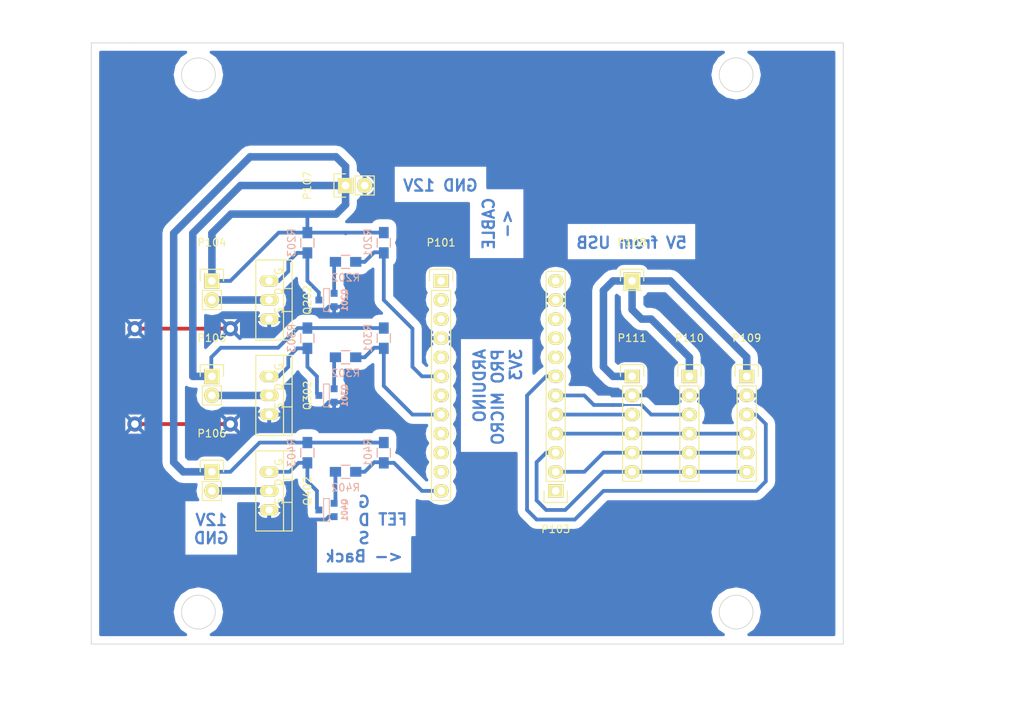
<source format=kicad_pcb>
(kicad_pcb (version 4) (host pcbnew "(2015-02-06 BZR 5410)-product")

  (general
    (links 53)
    (no_connects 0)
    (area 44.949999 74.949999 145.050001 155.050001)
    (thickness 1.6)
    (drawings 23)
    (tracks 190)
    (zones 0)
    (modules 25)
    (nets 35)
  )

  (page A4)
  (layers
    (0 F.Cu signal)
    (31 B.Cu signal)
    (32 B.Adhes user)
    (33 F.Adhes user)
    (34 B.Paste user)
    (35 F.Paste user)
    (36 B.SilkS user)
    (37 F.SilkS user)
    (38 B.Mask user)
    (39 F.Mask user)
    (40 Dwgs.User user)
    (41 Cmts.User user)
    (42 Eco1.User user)
    (43 Eco2.User user)
    (44 Edge.Cuts user)
    (45 Margin user)
    (46 B.CrtYd user)
    (47 F.CrtYd user)
    (48 B.Fab user)
    (49 F.Fab user)
  )

  (setup
    (last_trace_width 0.5)
    (user_trace_width 0.25)
    (user_trace_width 0.35)
    (user_trace_width 0.5)
    (user_trace_width 0.75)
    (user_trace_width 1)
    (trace_clearance 0.4)
    (zone_clearance 1)
    (zone_45_only no)
    (trace_min 0.2)
    (segment_width 0.2)
    (edge_width 0.1)
    (via_size 0.889)
    (via_drill 0.635)
    (via_min_size 0.889)
    (via_min_drill 0.508)
    (user_via 2 1)
    (uvia_size 0.508)
    (uvia_drill 0.127)
    (uvias_allowed no)
    (uvia_min_size 0.508)
    (uvia_min_drill 0.127)
    (pcb_text_width 0.3)
    (pcb_text_size 1.5 1.5)
    (mod_edge_width 0.15)
    (mod_text_size 1 1)
    (mod_text_width 0.15)
    (pad_size 1.5 1.5)
    (pad_drill 0.6)
    (pad_to_mask_clearance 0)
    (aux_axis_origin 0 0)
    (visible_elements 7FFFFFFF)
    (pcbplotparams
      (layerselection 0x00030_80000001)
      (usegerberextensions false)
      (excludeedgelayer true)
      (linewidth 0.100000)
      (plotframeref false)
      (viasonmask false)
      (mode 1)
      (useauxorigin false)
      (hpglpennumber 1)
      (hpglpenspeed 20)
      (hpglpendiameter 15)
      (hpglpenoverlay 2)
      (psnegative false)
      (psa4output false)
      (plotreference true)
      (plotvalue true)
      (plotinvisibletext false)
      (padsonsilk false)
      (subtractmaskfromsilk false)
      (outputformat 1)
      (mirror false)
      (drillshape 1)
      (scaleselection 1)
      (outputdirectory ""))
  )

  (net 0 "")
  (net 1 /TXO)
  (net 2 /RXI)
  (net 3 "Net-(P101-Pad3)")
  (net 4 /PWM0/GND)
  (net 5 /D2)
  (net 6 /PWM0/INV_PWM)
  (net 7 "Net-(P101-Pad7)")
  (net 8 /PWM1/INV_PWM)
  (net 9 /D6)
  (net 10 "Net-(P101-Pad10)")
  (net 11 "Net-(P101-Pad11)")
  (net 12 /PWM2/INV_PWM)
  (net 13 "Net-(P103-Pad1)")
  (net 14 /MOSI)
  (net 15 /MISO)
  (net 16 /SCLK)
  (net 17 /SEL0)
  (net 18 /SEL1)
  (net 19 /SEL2)
  (net 20 "Net-(P103-Pad8)")
  (net 21 "Net-(P103-Pad9)")
  (net 22 "Net-(P103-Pad10)")
  (net 23 "Net-(P103-Pad12)")
  (net 24 /PWM0/12V)
  (net 25 /PWM0/Drain)
  (net 26 /PWM1/Drain)
  (net 27 /PWM2/Drain)
  (net 28 /5V)
  (net 29 "Net-(Q201-Pad2)")
  (net 30 "Net-(Q201-Pad3)")
  (net 31 "Net-(Q301-Pad2)")
  (net 32 "Net-(Q301-Pad3)")
  (net 33 "Net-(Q401-Pad2)")
  (net 34 "Net-(Q401-Pad3)")

  (net_class Default "This is the default net class."
    (clearance 0.4)
    (trace_width 0.5)
    (via_dia 0.889)
    (via_drill 0.635)
    (uvia_dia 0.508)
    (uvia_drill 0.127)
    (add_net /D2)
    (add_net /D6)
    (add_net /MISO)
    (add_net /MOSI)
    (add_net /RXI)
    (add_net /SCLK)
    (add_net /SEL2)
    (add_net /TXO)
    (add_net "Net-(P101-Pad10)")
    (add_net "Net-(P101-Pad11)")
    (add_net "Net-(P101-Pad7)")
    (add_net "Net-(P103-Pad1)")
    (add_net "Net-(P103-Pad10)")
    (add_net "Net-(P103-Pad12)")
    (add_net "Net-(P103-Pad8)")
    (add_net "Net-(P103-Pad9)")
    (add_net "Net-(Q201-Pad2)")
    (add_net "Net-(Q301-Pad2)")
    (add_net "Net-(Q301-Pad3)")
    (add_net "Net-(Q401-Pad2)")
  )

  (net_class Power ""
    (clearance 0.4)
    (trace_width 1)
    (via_dia 0.889)
    (via_drill 0.635)
    (uvia_dia 0.508)
    (uvia_drill 0.127)
    (add_net /5V)
  )

  (net_class thight ""
    (clearance 0.25)
    (trace_width 0.25)
    (via_dia 0.889)
    (via_drill 0.635)
    (uvia_dia 0.508)
    (uvia_drill 0.127)
    (add_net /PWM0/12V)
    (add_net /PWM0/Drain)
    (add_net /PWM0/GND)
    (add_net /PWM0/INV_PWM)
    (add_net /PWM1/Drain)
    (add_net /PWM1/INV_PWM)
    (add_net /PWM2/Drain)
    (add_net /PWM2/INV_PWM)
    (add_net /SEL0)
    (add_net /SEL1)
    (add_net "Net-(P101-Pad3)")
    (add_net "Net-(Q201-Pad3)")
    (add_net "Net-(Q401-Pad3)")
  )

  (module Pin_Headers:Pin_Header_Straight_1x12 (layer F.Cu) (tedit 5516E9AA) (tstamp 5516EA32)
    (at 91.52 106.68)
    (descr "Through hole pin header")
    (tags "pin header")
    (path /5516CB27)
    (fp_text reference P101 (at 0 -5.1) (layer F.SilkS)
      (effects (font (size 1 1) (thickness 0.15)))
    )
    (fp_text value CONN_01X12 (at 0 -3.1) (layer F.Fab)
      (effects (font (size 1 1) (thickness 0.15)))
    )
    (fp_line (start -1.75 -1.75) (end -1.75 29.7) (layer F.CrtYd) (width 0.05))
    (fp_line (start 1.75 -1.75) (end 1.75 29.7) (layer F.CrtYd) (width 0.05))
    (fp_line (start -1.75 -1.75) (end 1.75 -1.75) (layer F.CrtYd) (width 0.05))
    (fp_line (start -1.75 29.7) (end 1.75 29.7) (layer F.CrtYd) (width 0.05))
    (fp_line (start 1.27 1.27) (end 1.27 29.21) (layer F.SilkS) (width 0.15))
    (fp_line (start 1.27 29.21) (end -1.27 29.21) (layer F.SilkS) (width 0.15))
    (fp_line (start -1.27 29.21) (end -1.27 1.27) (layer F.SilkS) (width 0.15))
    (fp_line (start 1.55 -1.55) (end 1.55 0) (layer F.SilkS) (width 0.15))
    (fp_line (start 1.27 1.27) (end -1.27 1.27) (layer F.SilkS) (width 0.15))
    (fp_line (start -1.55 0) (end -1.55 -1.55) (layer F.SilkS) (width 0.15))
    (fp_line (start -1.55 -1.55) (end 1.55 -1.55) (layer F.SilkS) (width 0.15))
    (pad 1 thru_hole rect (at 0 0) (size 2.032 1.7272) (drill 1.016) (layers *.Cu *.Mask F.SilkS)
      (net 1 /TXO))
    (pad 2 thru_hole oval (at 0 2.54) (size 2.032 1.7272) (drill 1.016) (layers *.Cu *.Mask F.SilkS)
      (net 2 /RXI))
    (pad 3 thru_hole oval (at 0 5.08) (size 2.032 1.7272) (drill 1.016) (layers *.Cu *.Mask F.SilkS)
      (net 3 "Net-(P101-Pad3)"))
    (pad 4 thru_hole oval (at 0 7.62) (size 2.032 1.7272) (drill 1.016) (layers *.Cu *.Mask F.SilkS)
      (net 4 /PWM0/GND))
    (pad 5 thru_hole oval (at 0 10.16) (size 2.032 1.7272) (drill 1.016) (layers *.Cu *.Mask F.SilkS)
      (net 5 /D2))
    (pad 6 thru_hole oval (at 0 12.7) (size 2.032 1.7272) (drill 1.016) (layers *.Cu *.Mask F.SilkS)
      (net 6 /PWM0/INV_PWM))
    (pad 7 thru_hole oval (at 0 15.24) (size 2.032 1.7272) (drill 1.016) (layers *.Cu *.Mask F.SilkS)
      (net 7 "Net-(P101-Pad7)"))
    (pad 8 thru_hole oval (at 0 17.78) (size 2.032 1.7272) (drill 1.016) (layers *.Cu *.Mask F.SilkS)
      (net 8 /PWM1/INV_PWM))
    (pad 9 thru_hole oval (at 0 20.32) (size 2.032 1.7272) (drill 1.016) (layers *.Cu *.Mask F.SilkS)
      (net 9 /D6))
    (pad 10 thru_hole oval (at 0 22.86) (size 2.032 1.7272) (drill 1.016) (layers *.Cu *.Mask F.SilkS)
      (net 10 "Net-(P101-Pad10)"))
    (pad 11 thru_hole oval (at 0 25.4) (size 2.032 1.7272) (drill 1.016) (layers *.Cu *.Mask F.SilkS)
      (net 11 "Net-(P101-Pad11)"))
    (pad 12 thru_hole oval (at 0 27.94) (size 2.032 1.7272) (drill 1.016) (layers *.Cu *.Mask F.SilkS)
      (net 12 /PWM2/INV_PWM))
    (model Pin_Headers.3dshapes/Pin_Header_Straight_1x12.wrl
      (at (xyz 0 -0.55 0))
      (scale (xyz 1 1 1))
      (rotate (xyz 0 0 90))
    )
  )

  (module Pin_Headers:Pin_Header_Straight_1x12 (layer F.Cu) (tedit 5516E9AA) (tstamp 5516EA4C)
    (at 106.76 134.62 180)
    (descr "Through hole pin header")
    (tags "pin header")
    (path /5516CB8E)
    (fp_text reference P103 (at 0 -5.1 180) (layer F.SilkS)
      (effects (font (size 1 1) (thickness 0.15)))
    )
    (fp_text value CONN_01X12 (at 0 -3.1 180) (layer F.Fab)
      (effects (font (size 1 1) (thickness 0.15)))
    )
    (fp_line (start -1.75 -1.75) (end -1.75 29.7) (layer F.CrtYd) (width 0.05))
    (fp_line (start 1.75 -1.75) (end 1.75 29.7) (layer F.CrtYd) (width 0.05))
    (fp_line (start -1.75 -1.75) (end 1.75 -1.75) (layer F.CrtYd) (width 0.05))
    (fp_line (start -1.75 29.7) (end 1.75 29.7) (layer F.CrtYd) (width 0.05))
    (fp_line (start 1.27 1.27) (end 1.27 29.21) (layer F.SilkS) (width 0.15))
    (fp_line (start 1.27 29.21) (end -1.27 29.21) (layer F.SilkS) (width 0.15))
    (fp_line (start -1.27 29.21) (end -1.27 1.27) (layer F.SilkS) (width 0.15))
    (fp_line (start 1.55 -1.55) (end 1.55 0) (layer F.SilkS) (width 0.15))
    (fp_line (start 1.27 1.27) (end -1.27 1.27) (layer F.SilkS) (width 0.15))
    (fp_line (start -1.55 0) (end -1.55 -1.55) (layer F.SilkS) (width 0.15))
    (fp_line (start -1.55 -1.55) (end 1.55 -1.55) (layer F.SilkS) (width 0.15))
    (pad 1 thru_hole rect (at 0 0 180) (size 2.032 1.7272) (drill 1.016) (layers *.Cu *.Mask F.SilkS)
      (net 13 "Net-(P103-Pad1)"))
    (pad 2 thru_hole oval (at 0 2.54 180) (size 2.032 1.7272) (drill 1.016) (layers *.Cu *.Mask F.SilkS)
      (net 14 /MOSI))
    (pad 3 thru_hole oval (at 0 5.08 180) (size 2.032 1.7272) (drill 1.016) (layers *.Cu *.Mask F.SilkS)
      (net 15 /MISO))
    (pad 4 thru_hole oval (at 0 7.62 180) (size 2.032 1.7272) (drill 1.016) (layers *.Cu *.Mask F.SilkS)
      (net 16 /SCLK))
    (pad 5 thru_hole oval (at 0 10.16 180) (size 2.032 1.7272) (drill 1.016) (layers *.Cu *.Mask F.SilkS)
      (net 17 /SEL0))
    (pad 6 thru_hole oval (at 0 12.7 180) (size 2.032 1.7272) (drill 1.016) (layers *.Cu *.Mask F.SilkS)
      (net 18 /SEL1))
    (pad 7 thru_hole oval (at 0 15.24 180) (size 2.032 1.7272) (drill 1.016) (layers *.Cu *.Mask F.SilkS)
      (net 19 /SEL2))
    (pad 8 thru_hole oval (at 0 17.78 180) (size 2.032 1.7272) (drill 1.016) (layers *.Cu *.Mask F.SilkS)
      (net 20 "Net-(P103-Pad8)"))
    (pad 9 thru_hole oval (at 0 20.32 180) (size 2.032 1.7272) (drill 1.016) (layers *.Cu *.Mask F.SilkS)
      (net 21 "Net-(P103-Pad9)"))
    (pad 10 thru_hole oval (at 0 22.86 180) (size 2.032 1.7272) (drill 1.016) (layers *.Cu *.Mask F.SilkS)
      (net 22 "Net-(P103-Pad10)"))
    (pad 11 thru_hole oval (at 0 25.4 180) (size 2.032 1.7272) (drill 1.016) (layers *.Cu *.Mask F.SilkS)
      (net 4 /PWM0/GND))
    (pad 12 thru_hole oval (at 0 27.94 180) (size 2.032 1.7272) (drill 1.016) (layers *.Cu *.Mask F.SilkS)
      (net 23 "Net-(P103-Pad12)"))
    (model Pin_Headers.3dshapes/Pin_Header_Straight_1x12.wrl
      (at (xyz 0 -0.55 0))
      (scale (xyz 1 1 1))
      (rotate (xyz 0 0 90))
    )
  )

  (module Pin_Headers:Pin_Header_Straight_1x02 (layer F.Cu) (tedit 54EA090C) (tstamp 5516EA52)
    (at 61.04 106.68)
    (descr "Through hole pin header")
    (tags "pin header")
    (path /5516D3D5)
    (fp_text reference P104 (at 0 -5.1) (layer F.SilkS)
      (effects (font (size 1 1) (thickness 0.15)))
    )
    (fp_text value CONN_01X02 (at 0 -3.1) (layer F.Fab)
      (effects (font (size 1 1) (thickness 0.15)))
    )
    (fp_line (start 1.27 1.27) (end 1.27 3.81) (layer F.SilkS) (width 0.15))
    (fp_line (start 1.55 -1.55) (end 1.55 0) (layer F.SilkS) (width 0.15))
    (fp_line (start -1.75 -1.75) (end -1.75 4.3) (layer F.CrtYd) (width 0.05))
    (fp_line (start 1.75 -1.75) (end 1.75 4.3) (layer F.CrtYd) (width 0.05))
    (fp_line (start -1.75 -1.75) (end 1.75 -1.75) (layer F.CrtYd) (width 0.05))
    (fp_line (start -1.75 4.3) (end 1.75 4.3) (layer F.CrtYd) (width 0.05))
    (fp_line (start 1.27 1.27) (end -1.27 1.27) (layer F.SilkS) (width 0.15))
    (fp_line (start -1.55 0) (end -1.55 -1.55) (layer F.SilkS) (width 0.15))
    (fp_line (start -1.55 -1.55) (end 1.55 -1.55) (layer F.SilkS) (width 0.15))
    (fp_line (start -1.27 1.27) (end -1.27 3.81) (layer F.SilkS) (width 0.15))
    (fp_line (start -1.27 3.81) (end 1.27 3.81) (layer F.SilkS) (width 0.15))
    (pad 1 thru_hole rect (at 0 0) (size 2.032 2.032) (drill 1.016) (layers *.Cu *.Mask F.SilkS)
      (net 24 /PWM0/12V))
    (pad 2 thru_hole oval (at 0 2.54) (size 2.032 2.032) (drill 1.016) (layers *.Cu *.Mask F.SilkS)
      (net 25 /PWM0/Drain))
    (model Pin_Headers.3dshapes/Pin_Header_Straight_1x02.wrl
      (at (xyz 0 -0.05 0))
      (scale (xyz 1 1 1))
      (rotate (xyz 0 0 90))
    )
  )

  (module Pin_Headers:Pin_Header_Straight_1x02 (layer F.Cu) (tedit 54EA090C) (tstamp 5516EA58)
    (at 61.04 119.38)
    (descr "Through hole pin header")
    (tags "pin header")
    (path /5516D458)
    (fp_text reference P105 (at 0 -5.1) (layer F.SilkS)
      (effects (font (size 1 1) (thickness 0.15)))
    )
    (fp_text value CONN_01X02 (at 0 -3.1) (layer F.Fab)
      (effects (font (size 1 1) (thickness 0.15)))
    )
    (fp_line (start 1.27 1.27) (end 1.27 3.81) (layer F.SilkS) (width 0.15))
    (fp_line (start 1.55 -1.55) (end 1.55 0) (layer F.SilkS) (width 0.15))
    (fp_line (start -1.75 -1.75) (end -1.75 4.3) (layer F.CrtYd) (width 0.05))
    (fp_line (start 1.75 -1.75) (end 1.75 4.3) (layer F.CrtYd) (width 0.05))
    (fp_line (start -1.75 -1.75) (end 1.75 -1.75) (layer F.CrtYd) (width 0.05))
    (fp_line (start -1.75 4.3) (end 1.75 4.3) (layer F.CrtYd) (width 0.05))
    (fp_line (start 1.27 1.27) (end -1.27 1.27) (layer F.SilkS) (width 0.15))
    (fp_line (start -1.55 0) (end -1.55 -1.55) (layer F.SilkS) (width 0.15))
    (fp_line (start -1.55 -1.55) (end 1.55 -1.55) (layer F.SilkS) (width 0.15))
    (fp_line (start -1.27 1.27) (end -1.27 3.81) (layer F.SilkS) (width 0.15))
    (fp_line (start -1.27 3.81) (end 1.27 3.81) (layer F.SilkS) (width 0.15))
    (pad 1 thru_hole rect (at 0 0) (size 2.032 2.032) (drill 1.016) (layers *.Cu *.Mask F.SilkS)
      (net 24 /PWM0/12V))
    (pad 2 thru_hole oval (at 0 2.54) (size 2.032 2.032) (drill 1.016) (layers *.Cu *.Mask F.SilkS)
      (net 26 /PWM1/Drain))
    (model Pin_Headers.3dshapes/Pin_Header_Straight_1x02.wrl
      (at (xyz 0 -0.05 0))
      (scale (xyz 1 1 1))
      (rotate (xyz 0 0 90))
    )
  )

  (module Pin_Headers:Pin_Header_Straight_1x02 (layer F.Cu) (tedit 54EA090C) (tstamp 5516EA5E)
    (at 61.04 132.08)
    (descr "Through hole pin header")
    (tags "pin header")
    (path /5516D47F)
    (fp_text reference P106 (at 0 -5.1) (layer F.SilkS)
      (effects (font (size 1 1) (thickness 0.15)))
    )
    (fp_text value CONN_01X02 (at 0 -3.1) (layer F.Fab)
      (effects (font (size 1 1) (thickness 0.15)))
    )
    (fp_line (start 1.27 1.27) (end 1.27 3.81) (layer F.SilkS) (width 0.15))
    (fp_line (start 1.55 -1.55) (end 1.55 0) (layer F.SilkS) (width 0.15))
    (fp_line (start -1.75 -1.75) (end -1.75 4.3) (layer F.CrtYd) (width 0.05))
    (fp_line (start 1.75 -1.75) (end 1.75 4.3) (layer F.CrtYd) (width 0.05))
    (fp_line (start -1.75 -1.75) (end 1.75 -1.75) (layer F.CrtYd) (width 0.05))
    (fp_line (start -1.75 4.3) (end 1.75 4.3) (layer F.CrtYd) (width 0.05))
    (fp_line (start 1.27 1.27) (end -1.27 1.27) (layer F.SilkS) (width 0.15))
    (fp_line (start -1.55 0) (end -1.55 -1.55) (layer F.SilkS) (width 0.15))
    (fp_line (start -1.55 -1.55) (end 1.55 -1.55) (layer F.SilkS) (width 0.15))
    (fp_line (start -1.27 1.27) (end -1.27 3.81) (layer F.SilkS) (width 0.15))
    (fp_line (start -1.27 3.81) (end 1.27 3.81) (layer F.SilkS) (width 0.15))
    (pad 1 thru_hole rect (at 0 0) (size 2.032 2.032) (drill 1.016) (layers *.Cu *.Mask F.SilkS)
      (net 24 /PWM0/12V))
    (pad 2 thru_hole oval (at 0 2.54) (size 2.032 2.032) (drill 1.016) (layers *.Cu *.Mask F.SilkS)
      (net 27 /PWM2/Drain))
    (model Pin_Headers.3dshapes/Pin_Header_Straight_1x02.wrl
      (at (xyz 0 -0.05 0))
      (scale (xyz 1 1 1))
      (rotate (xyz 0 0 90))
    )
  )

  (module Pin_Headers:Pin_Header_Straight_1x02 (layer F.Cu) (tedit 54EA090C) (tstamp 5516EA64)
    (at 78.82 93.98 90)
    (descr "Through hole pin header")
    (tags "pin header")
    (path /5516CFEE)
    (fp_text reference P107 (at 0 -5.1 90) (layer F.SilkS)
      (effects (font (size 1 1) (thickness 0.15)))
    )
    (fp_text value CONN_01X02 (at 0 -3.1 90) (layer F.Fab)
      (effects (font (size 1 1) (thickness 0.15)))
    )
    (fp_line (start 1.27 1.27) (end 1.27 3.81) (layer F.SilkS) (width 0.15))
    (fp_line (start 1.55 -1.55) (end 1.55 0) (layer F.SilkS) (width 0.15))
    (fp_line (start -1.75 -1.75) (end -1.75 4.3) (layer F.CrtYd) (width 0.05))
    (fp_line (start 1.75 -1.75) (end 1.75 4.3) (layer F.CrtYd) (width 0.05))
    (fp_line (start -1.75 -1.75) (end 1.75 -1.75) (layer F.CrtYd) (width 0.05))
    (fp_line (start -1.75 4.3) (end 1.75 4.3) (layer F.CrtYd) (width 0.05))
    (fp_line (start 1.27 1.27) (end -1.27 1.27) (layer F.SilkS) (width 0.15))
    (fp_line (start -1.55 0) (end -1.55 -1.55) (layer F.SilkS) (width 0.15))
    (fp_line (start -1.55 -1.55) (end 1.55 -1.55) (layer F.SilkS) (width 0.15))
    (fp_line (start -1.27 1.27) (end -1.27 3.81) (layer F.SilkS) (width 0.15))
    (fp_line (start -1.27 3.81) (end 1.27 3.81) (layer F.SilkS) (width 0.15))
    (pad 1 thru_hole rect (at 0 0 90) (size 2.032 2.032) (drill 1.016) (layers *.Cu *.Mask F.SilkS)
      (net 24 /PWM0/12V))
    (pad 2 thru_hole oval (at 0 2.54 90) (size 2.032 2.032) (drill 1.016) (layers *.Cu *.Mask F.SilkS)
      (net 4 /PWM0/GND))
    (model Pin_Headers.3dshapes/Pin_Header_Straight_1x02.wrl
      (at (xyz 0 -0.05 0))
      (scale (xyz 1 1 1))
      (rotate (xyz 0 0 90))
    )
  )

  (module Pin_Headers:Pin_Header_Straight_1x01 (layer F.Cu) (tedit 54EA08DC) (tstamp 5516EA69)
    (at 116.92 106.68)
    (descr "Through hole pin header")
    (tags "pin header")
    (path /5516CFB3)
    (fp_text reference P108 (at 0 -5.1) (layer F.SilkS)
      (effects (font (size 1 1) (thickness 0.15)))
    )
    (fp_text value CONN_01X01 (at 0 -3.1) (layer F.Fab)
      (effects (font (size 1 1) (thickness 0.15)))
    )
    (fp_line (start 1.55 -1.55) (end 1.55 0) (layer F.SilkS) (width 0.15))
    (fp_line (start -1.75 -1.75) (end -1.75 1.75) (layer F.CrtYd) (width 0.05))
    (fp_line (start 1.75 -1.75) (end 1.75 1.75) (layer F.CrtYd) (width 0.05))
    (fp_line (start -1.75 -1.75) (end 1.75 -1.75) (layer F.CrtYd) (width 0.05))
    (fp_line (start -1.75 1.75) (end 1.75 1.75) (layer F.CrtYd) (width 0.05))
    (fp_line (start -1.55 0) (end -1.55 -1.55) (layer F.SilkS) (width 0.15))
    (fp_line (start -1.55 -1.55) (end 1.55 -1.55) (layer F.SilkS) (width 0.15))
    (fp_line (start -1.27 1.27) (end 1.27 1.27) (layer F.SilkS) (width 0.15))
    (pad 1 thru_hole rect (at 0 0) (size 2.2352 2.2352) (drill 1.016) (layers *.Cu *.Mask F.SilkS)
      (net 28 /5V))
    (model Pin_Headers.3dshapes/Pin_Header_Straight_1x01.wrl
      (at (xyz 0 0 0))
      (scale (xyz 1 1 1))
      (rotate (xyz 0 0 90))
    )
  )

  (module Pin_Headers:Pin_Header_Straight_1x06 (layer F.Cu) (tedit 5516E9AA) (tstamp 5516EDA1)
    (at 132.16 119.38)
    (descr "Through hole pin header")
    (tags "pin header")
    (path /5516D2AE)
    (fp_text reference P109 (at 0 -5.1) (layer F.SilkS)
      (effects (font (size 1 1) (thickness 0.15)))
    )
    (fp_text value CONN_01X06 (at 0 -3.1) (layer F.Fab)
      (effects (font (size 1 1) (thickness 0.15)))
    )
    (fp_line (start -1.75 -1.75) (end -1.75 14.45) (layer F.CrtYd) (width 0.05))
    (fp_line (start 1.75 -1.75) (end 1.75 14.45) (layer F.CrtYd) (width 0.05))
    (fp_line (start -1.75 -1.75) (end 1.75 -1.75) (layer F.CrtYd) (width 0.05))
    (fp_line (start -1.75 14.45) (end 1.75 14.45) (layer F.CrtYd) (width 0.05))
    (fp_line (start 1.27 1.27) (end 1.27 13.97) (layer F.SilkS) (width 0.15))
    (fp_line (start 1.27 13.97) (end -1.27 13.97) (layer F.SilkS) (width 0.15))
    (fp_line (start -1.27 13.97) (end -1.27 1.27) (layer F.SilkS) (width 0.15))
    (fp_line (start 1.55 -1.55) (end 1.55 0) (layer F.SilkS) (width 0.15))
    (fp_line (start 1.27 1.27) (end -1.27 1.27) (layer F.SilkS) (width 0.15))
    (fp_line (start -1.55 0) (end -1.55 -1.55) (layer F.SilkS) (width 0.15))
    (fp_line (start -1.55 -1.55) (end 1.55 -1.55) (layer F.SilkS) (width 0.15))
    (pad 1 thru_hole rect (at 0 0) (size 2.032 1.7272) (drill 1.016) (layers *.Cu *.Mask F.SilkS)
      (net 28 /5V))
    (pad 2 thru_hole oval (at 0 2.54) (size 2.032 1.7272) (drill 1.016) (layers *.Cu *.Mask F.SilkS)
      (net 4 /PWM0/GND))
    (pad 3 thru_hole oval (at 0 5.08) (size 2.032 1.7272) (drill 1.016) (layers *.Cu *.Mask F.SilkS)
      (net 19 /SEL2))
    (pad 4 thru_hole oval (at 0 7.62) (size 2.032 1.7272) (drill 1.016) (layers *.Cu *.Mask F.SilkS)
      (net 16 /SCLK))
    (pad 5 thru_hole oval (at 0 10.16) (size 2.032 1.7272) (drill 1.016) (layers *.Cu *.Mask F.SilkS)
      (net 14 /MOSI))
    (pad 6 thru_hole oval (at 0 12.7) (size 2.032 1.7272) (drill 1.016) (layers *.Cu *.Mask F.SilkS)
      (net 15 /MISO))
    (model Pin_Headers.3dshapes/Pin_Header_Straight_1x06.wrl
      (at (xyz 0 -0.25 0))
      (scale (xyz 1 1 1))
      (rotate (xyz 0 0 90))
    )
  )

  (module Pin_Headers:Pin_Header_Straight_1x06 (layer F.Cu) (tedit 5516E9AA) (tstamp 5516EDAC)
    (at 124.54 119.38)
    (descr "Through hole pin header")
    (tags "pin header")
    (path /5516D31F)
    (fp_text reference P110 (at 0 -5.1) (layer F.SilkS)
      (effects (font (size 1 1) (thickness 0.15)))
    )
    (fp_text value CONN_01X06 (at 0 -3.1) (layer F.Fab)
      (effects (font (size 1 1) (thickness 0.15)))
    )
    (fp_line (start -1.75 -1.75) (end -1.75 14.45) (layer F.CrtYd) (width 0.05))
    (fp_line (start 1.75 -1.75) (end 1.75 14.45) (layer F.CrtYd) (width 0.05))
    (fp_line (start -1.75 -1.75) (end 1.75 -1.75) (layer F.CrtYd) (width 0.05))
    (fp_line (start -1.75 14.45) (end 1.75 14.45) (layer F.CrtYd) (width 0.05))
    (fp_line (start 1.27 1.27) (end 1.27 13.97) (layer F.SilkS) (width 0.15))
    (fp_line (start 1.27 13.97) (end -1.27 13.97) (layer F.SilkS) (width 0.15))
    (fp_line (start -1.27 13.97) (end -1.27 1.27) (layer F.SilkS) (width 0.15))
    (fp_line (start 1.55 -1.55) (end 1.55 0) (layer F.SilkS) (width 0.15))
    (fp_line (start 1.27 1.27) (end -1.27 1.27) (layer F.SilkS) (width 0.15))
    (fp_line (start -1.55 0) (end -1.55 -1.55) (layer F.SilkS) (width 0.15))
    (fp_line (start -1.55 -1.55) (end 1.55 -1.55) (layer F.SilkS) (width 0.15))
    (pad 1 thru_hole rect (at 0 0) (size 2.032 1.7272) (drill 1.016) (layers *.Cu *.Mask F.SilkS)
      (net 28 /5V))
    (pad 2 thru_hole oval (at 0 2.54) (size 2.032 1.7272) (drill 1.016) (layers *.Cu *.Mask F.SilkS)
      (net 4 /PWM0/GND))
    (pad 3 thru_hole oval (at 0 5.08) (size 2.032 1.7272) (drill 1.016) (layers *.Cu *.Mask F.SilkS)
      (net 18 /SEL1))
    (pad 4 thru_hole oval (at 0 7.62) (size 2.032 1.7272) (drill 1.016) (layers *.Cu *.Mask F.SilkS)
      (net 16 /SCLK))
    (pad 5 thru_hole oval (at 0 10.16) (size 2.032 1.7272) (drill 1.016) (layers *.Cu *.Mask F.SilkS)
      (net 14 /MOSI))
    (pad 6 thru_hole oval (at 0 12.7) (size 2.032 1.7272) (drill 1.016) (layers *.Cu *.Mask F.SilkS)
      (net 15 /MISO))
    (model Pin_Headers.3dshapes/Pin_Header_Straight_1x06.wrl
      (at (xyz 0 -0.25 0))
      (scale (xyz 1 1 1))
      (rotate (xyz 0 0 90))
    )
  )

  (module Pin_Headers:Pin_Header_Straight_1x06 (layer F.Cu) (tedit 5516E9AA) (tstamp 5516EA87)
    (at 116.92 119.38)
    (descr "Through hole pin header")
    (tags "pin header")
    (path /5516D356)
    (fp_text reference P111 (at 0 -5.1) (layer F.SilkS)
      (effects (font (size 1 1) (thickness 0.15)))
    )
    (fp_text value CONN_01X06 (at 0 -3.1) (layer F.Fab)
      (effects (font (size 1 1) (thickness 0.15)))
    )
    (fp_line (start -1.75 -1.75) (end -1.75 14.45) (layer F.CrtYd) (width 0.05))
    (fp_line (start 1.75 -1.75) (end 1.75 14.45) (layer F.CrtYd) (width 0.05))
    (fp_line (start -1.75 -1.75) (end 1.75 -1.75) (layer F.CrtYd) (width 0.05))
    (fp_line (start -1.75 14.45) (end 1.75 14.45) (layer F.CrtYd) (width 0.05))
    (fp_line (start 1.27 1.27) (end 1.27 13.97) (layer F.SilkS) (width 0.15))
    (fp_line (start 1.27 13.97) (end -1.27 13.97) (layer F.SilkS) (width 0.15))
    (fp_line (start -1.27 13.97) (end -1.27 1.27) (layer F.SilkS) (width 0.15))
    (fp_line (start 1.55 -1.55) (end 1.55 0) (layer F.SilkS) (width 0.15))
    (fp_line (start 1.27 1.27) (end -1.27 1.27) (layer F.SilkS) (width 0.15))
    (fp_line (start -1.55 0) (end -1.55 -1.55) (layer F.SilkS) (width 0.15))
    (fp_line (start -1.55 -1.55) (end 1.55 -1.55) (layer F.SilkS) (width 0.15))
    (pad 1 thru_hole rect (at 0 0) (size 2.032 1.7272) (drill 1.016) (layers *.Cu *.Mask F.SilkS)
      (net 28 /5V))
    (pad 2 thru_hole oval (at 0 2.54) (size 2.032 1.7272) (drill 1.016) (layers *.Cu *.Mask F.SilkS)
      (net 4 /PWM0/GND))
    (pad 3 thru_hole oval (at 0 5.08) (size 2.032 1.7272) (drill 1.016) (layers *.Cu *.Mask F.SilkS)
      (net 17 /SEL0))
    (pad 4 thru_hole oval (at 0 7.62) (size 2.032 1.7272) (drill 1.016) (layers *.Cu *.Mask F.SilkS)
      (net 16 /SCLK))
    (pad 5 thru_hole oval (at 0 10.16) (size 2.032 1.7272) (drill 1.016) (layers *.Cu *.Mask F.SilkS)
      (net 14 /MOSI))
    (pad 6 thru_hole oval (at 0 12.7) (size 2.032 1.7272) (drill 1.016) (layers *.Cu *.Mask F.SilkS)
      (net 15 /MISO))
    (model Pin_Headers.3dshapes/Pin_Header_Straight_1x06.wrl
      (at (xyz 0 -0.25 0))
      (scale (xyz 1 1 1))
      (rotate (xyz 0 0 90))
    )
  )

  (module smd_packages_fork:SOT23EBC (layer B.Cu) (tedit 5516E9AA) (tstamp 5516EA8E)
    (at 76.28 109.22 90)
    (descr "Module CMS SOT23 Transistore EBC")
    (tags "CMS SOT")
    (path /5516D580/5516D75F)
    (attr smd)
    (fp_text reference Q201 (at 0 2.413 90) (layer B.SilkS)
      (effects (font (size 0.762 0.762) (thickness 0.2032)) (justify mirror))
    )
    (fp_text value BC850 (at 0 0 90) (layer B.SilkS) hide
      (effects (font (size 0.762 0.762) (thickness 0.2032)) (justify mirror))
    )
    (fp_line (start -1.524 0.381) (end 1.524 0.381) (layer B.SilkS) (width 0.127))
    (fp_line (start 1.524 0.381) (end 1.524 -0.381) (layer B.SilkS) (width 0.127))
    (fp_line (start 1.524 -0.381) (end -1.524 -0.381) (layer B.SilkS) (width 0.127))
    (fp_line (start -1.524 -0.381) (end -1.524 0.381) (layer B.SilkS) (width 0.127))
    (pad 1 smd rect (at -0.889 1.016 90) (size 0.9144 0.9144) (layers B.Cu B.Paste B.Mask)
      (net 4 /PWM0/GND))
    (pad 2 smd rect (at 0.889 1.016 90) (size 0.9144 0.9144) (layers B.Cu B.Paste B.Mask)
      (net 29 "Net-(Q201-Pad2)"))
    (pad 3 smd rect (at 0 -1.016 90) (size 0.9144 0.9144) (layers B.Cu B.Paste B.Mask)
      (net 30 "Net-(Q201-Pad3)"))
    (model smd/cms_sot23.wrl
      (at (xyz 0 0 0))
      (scale (xyz 0.13 0.15 0.15))
      (rotate (xyz 0 0 0))
    )
  )

  (module Transistors_TO-220:TO-220_FET-GDS_Vertical (layer F.Cu) (tedit 5516E9AA) (tstamp 5516EA95)
    (at 68.66 109.22 270)
    (descr "TO-220, FET-GDS, Vertical,")
    (tags "TO-220, FET-GDS, Vertical,")
    (path /5516D580/5516D844)
    (fp_text reference Q202 (at 0 -5.08 270) (layer F.SilkS)
      (effects (font (size 1 1) (thickness 0.15)))
    )
    (fp_text value IRF530N (at 0 3.81 270) (layer F.Fab)
      (effects (font (size 1 1) (thickness 0.15)))
    )
    (fp_text user S (at 1.397 -1.27 270) (layer F.SilkS)
      (effects (font (size 1 1) (thickness 0.15)))
    )
    (fp_text user D (at -1.143 -1.27 270) (layer F.SilkS)
      (effects (font (size 1 1) (thickness 0.15)))
    )
    (fp_text user G (at -3.81 -1.27 270) (layer F.SilkS)
      (effects (font (size 1 1) (thickness 0.15)))
    )
    (fp_line (start -1.524 -3.048) (end -1.524 -1.905) (layer F.SilkS) (width 0.15))
    (fp_line (start 1.524 -3.048) (end 1.524 -1.905) (layer F.SilkS) (width 0.15))
    (fp_line (start 5.334 -1.905) (end 5.334 1.778) (layer F.SilkS) (width 0.15))
    (fp_line (start 5.334 1.778) (end -5.334 1.778) (layer F.SilkS) (width 0.15))
    (fp_line (start -5.334 1.778) (end -5.334 -1.905) (layer F.SilkS) (width 0.15))
    (fp_line (start 5.334 -3.048) (end 5.334 -1.905) (layer F.SilkS) (width 0.15))
    (fp_line (start 5.334 -1.905) (end -5.334 -1.905) (layer F.SilkS) (width 0.15))
    (fp_line (start -5.334 -1.905) (end -5.334 -3.048) (layer F.SilkS) (width 0.15))
    (fp_line (start 0 -3.048) (end -5.334 -3.048) (layer F.SilkS) (width 0.15))
    (fp_line (start 0 -3.048) (end 5.334 -3.048) (layer F.SilkS) (width 0.15))
    (pad D thru_hole oval (at 0 0) (size 2.49936 1.50114) (drill 1.00076) (layers *.Cu *.Mask F.SilkS)
      (net 25 /PWM0/Drain))
    (pad G thru_hole oval (at -2.54 0) (size 2.49936 1.50114) (drill 1.00076) (layers *.Cu *.Mask F.SilkS)
      (net 30 "Net-(Q201-Pad3)"))
    (pad S thru_hole oval (at 2.54 0) (size 2.49936 1.50114) (drill 1.00076) (layers *.Cu *.Mask F.SilkS)
      (net 4 /PWM0/GND))
    (model Transistors_TO-220.3dshapes/TO-220_FET-GDS_Vertical.wrl
      (at (xyz 0 0 0))
      (scale (xyz 0.3937 0.3937 0.3937))
      (rotate (xyz 0 0 0))
    )
  )

  (module smd_packages_fork:SOT23EBC (layer B.Cu) (tedit 5516E9AA) (tstamp 5516EA9C)
    (at 76.28 121.92 90)
    (descr "Module CMS SOT23 Transistore EBC")
    (tags "CMS SOT")
    (path /5516E183/5516D75F)
    (attr smd)
    (fp_text reference Q301 (at 0 2.413 90) (layer B.SilkS)
      (effects (font (size 0.762 0.762) (thickness 0.2032)) (justify mirror))
    )
    (fp_text value BC850 (at 0 0 90) (layer B.SilkS) hide
      (effects (font (size 0.762 0.762) (thickness 0.2032)) (justify mirror))
    )
    (fp_line (start -1.524 0.381) (end 1.524 0.381) (layer B.SilkS) (width 0.127))
    (fp_line (start 1.524 0.381) (end 1.524 -0.381) (layer B.SilkS) (width 0.127))
    (fp_line (start 1.524 -0.381) (end -1.524 -0.381) (layer B.SilkS) (width 0.127))
    (fp_line (start -1.524 -0.381) (end -1.524 0.381) (layer B.SilkS) (width 0.127))
    (pad 1 smd rect (at -0.889 1.016 90) (size 0.9144 0.9144) (layers B.Cu B.Paste B.Mask)
      (net 4 /PWM0/GND))
    (pad 2 smd rect (at 0.889 1.016 90) (size 0.9144 0.9144) (layers B.Cu B.Paste B.Mask)
      (net 31 "Net-(Q301-Pad2)"))
    (pad 3 smd rect (at 0 -1.016 90) (size 0.9144 0.9144) (layers B.Cu B.Paste B.Mask)
      (net 32 "Net-(Q301-Pad3)"))
    (model smd/cms_sot23.wrl
      (at (xyz 0 0 0))
      (scale (xyz 0.13 0.15 0.15))
      (rotate (xyz 0 0 0))
    )
  )

  (module Transistors_TO-220:TO-220_FET-GDS_Vertical (layer F.Cu) (tedit 5516E9AA) (tstamp 5516EAA3)
    (at 68.66 121.92 270)
    (descr "TO-220, FET-GDS, Vertical,")
    (tags "TO-220, FET-GDS, Vertical,")
    (path /5516E183/5516D844)
    (fp_text reference Q302 (at 0 -5.08 270) (layer F.SilkS)
      (effects (font (size 1 1) (thickness 0.15)))
    )
    (fp_text value IRF530N (at 0 3.81 270) (layer F.Fab)
      (effects (font (size 1 1) (thickness 0.15)))
    )
    (fp_text user S (at 1.397 -1.27 270) (layer F.SilkS)
      (effects (font (size 1 1) (thickness 0.15)))
    )
    (fp_text user D (at -1.143 -1.27 270) (layer F.SilkS)
      (effects (font (size 1 1) (thickness 0.15)))
    )
    (fp_text user G (at -3.81 -1.27 270) (layer F.SilkS)
      (effects (font (size 1 1) (thickness 0.15)))
    )
    (fp_line (start -1.524 -3.048) (end -1.524 -1.905) (layer F.SilkS) (width 0.15))
    (fp_line (start 1.524 -3.048) (end 1.524 -1.905) (layer F.SilkS) (width 0.15))
    (fp_line (start 5.334 -1.905) (end 5.334 1.778) (layer F.SilkS) (width 0.15))
    (fp_line (start 5.334 1.778) (end -5.334 1.778) (layer F.SilkS) (width 0.15))
    (fp_line (start -5.334 1.778) (end -5.334 -1.905) (layer F.SilkS) (width 0.15))
    (fp_line (start 5.334 -3.048) (end 5.334 -1.905) (layer F.SilkS) (width 0.15))
    (fp_line (start 5.334 -1.905) (end -5.334 -1.905) (layer F.SilkS) (width 0.15))
    (fp_line (start -5.334 -1.905) (end -5.334 -3.048) (layer F.SilkS) (width 0.15))
    (fp_line (start 0 -3.048) (end -5.334 -3.048) (layer F.SilkS) (width 0.15))
    (fp_line (start 0 -3.048) (end 5.334 -3.048) (layer F.SilkS) (width 0.15))
    (pad D thru_hole oval (at 0 0) (size 2.49936 1.50114) (drill 1.00076) (layers *.Cu *.Mask F.SilkS)
      (net 26 /PWM1/Drain))
    (pad G thru_hole oval (at -2.54 0) (size 2.49936 1.50114) (drill 1.00076) (layers *.Cu *.Mask F.SilkS)
      (net 32 "Net-(Q301-Pad3)"))
    (pad S thru_hole oval (at 2.54 0) (size 2.49936 1.50114) (drill 1.00076) (layers *.Cu *.Mask F.SilkS)
      (net 4 /PWM0/GND))
    (model Transistors_TO-220.3dshapes/TO-220_FET-GDS_Vertical.wrl
      (at (xyz 0 0 0))
      (scale (xyz 0.3937 0.3937 0.3937))
      (rotate (xyz 0 0 0))
    )
  )

  (module smd_packages_fork:SOT23EBC (layer B.Cu) (tedit 5516E9AA) (tstamp 5516EAAA)
    (at 76.28 137.16 90)
    (descr "Module CMS SOT23 Transistore EBC")
    (tags "CMS SOT")
    (path /5516E3F1/5516D75F)
    (attr smd)
    (fp_text reference Q401 (at 0 2.413 90) (layer B.SilkS)
      (effects (font (size 0.762 0.762) (thickness 0.2032)) (justify mirror))
    )
    (fp_text value BC850 (at 0 0 90) (layer B.SilkS) hide
      (effects (font (size 0.762 0.762) (thickness 0.2032)) (justify mirror))
    )
    (fp_line (start -1.524 0.381) (end 1.524 0.381) (layer B.SilkS) (width 0.127))
    (fp_line (start 1.524 0.381) (end 1.524 -0.381) (layer B.SilkS) (width 0.127))
    (fp_line (start 1.524 -0.381) (end -1.524 -0.381) (layer B.SilkS) (width 0.127))
    (fp_line (start -1.524 -0.381) (end -1.524 0.381) (layer B.SilkS) (width 0.127))
    (pad 1 smd rect (at -0.889 1.016 90) (size 0.9144 0.9144) (layers B.Cu B.Paste B.Mask)
      (net 4 /PWM0/GND))
    (pad 2 smd rect (at 0.889 1.016 90) (size 0.9144 0.9144) (layers B.Cu B.Paste B.Mask)
      (net 33 "Net-(Q401-Pad2)"))
    (pad 3 smd rect (at 0 -1.016 90) (size 0.9144 0.9144) (layers B.Cu B.Paste B.Mask)
      (net 34 "Net-(Q401-Pad3)"))
    (model smd/cms_sot23.wrl
      (at (xyz 0 0 0))
      (scale (xyz 0.13 0.15 0.15))
      (rotate (xyz 0 0 0))
    )
  )

  (module Transistors_TO-220:TO-220_FET-GDS_Vertical (layer F.Cu) (tedit 5516E9AA) (tstamp 5516EAB1)
    (at 68.66 134.62 270)
    (descr "TO-220, FET-GDS, Vertical,")
    (tags "TO-220, FET-GDS, Vertical,")
    (path /5516E3F1/5516D844)
    (fp_text reference Q402 (at 0 -5.08 270) (layer F.SilkS)
      (effects (font (size 1 1) (thickness 0.15)))
    )
    (fp_text value IRF530N (at 0 3.81 270) (layer F.Fab)
      (effects (font (size 1 1) (thickness 0.15)))
    )
    (fp_text user S (at 1.397 -1.27 270) (layer F.SilkS)
      (effects (font (size 1 1) (thickness 0.15)))
    )
    (fp_text user D (at -1.143 -1.27 270) (layer F.SilkS)
      (effects (font (size 1 1) (thickness 0.15)))
    )
    (fp_text user G (at -3.81 -1.27 270) (layer F.SilkS)
      (effects (font (size 1 1) (thickness 0.15)))
    )
    (fp_line (start -1.524 -3.048) (end -1.524 -1.905) (layer F.SilkS) (width 0.15))
    (fp_line (start 1.524 -3.048) (end 1.524 -1.905) (layer F.SilkS) (width 0.15))
    (fp_line (start 5.334 -1.905) (end 5.334 1.778) (layer F.SilkS) (width 0.15))
    (fp_line (start 5.334 1.778) (end -5.334 1.778) (layer F.SilkS) (width 0.15))
    (fp_line (start -5.334 1.778) (end -5.334 -1.905) (layer F.SilkS) (width 0.15))
    (fp_line (start 5.334 -3.048) (end 5.334 -1.905) (layer F.SilkS) (width 0.15))
    (fp_line (start 5.334 -1.905) (end -5.334 -1.905) (layer F.SilkS) (width 0.15))
    (fp_line (start -5.334 -1.905) (end -5.334 -3.048) (layer F.SilkS) (width 0.15))
    (fp_line (start 0 -3.048) (end -5.334 -3.048) (layer F.SilkS) (width 0.15))
    (fp_line (start 0 -3.048) (end 5.334 -3.048) (layer F.SilkS) (width 0.15))
    (pad D thru_hole oval (at 0 0) (size 2.49936 1.50114) (drill 1.00076) (layers *.Cu *.Mask F.SilkS)
      (net 27 /PWM2/Drain))
    (pad G thru_hole oval (at -2.54 0) (size 2.49936 1.50114) (drill 1.00076) (layers *.Cu *.Mask F.SilkS)
      (net 34 "Net-(Q401-Pad3)"))
    (pad S thru_hole oval (at 2.54 0) (size 2.49936 1.50114) (drill 1.00076) (layers *.Cu *.Mask F.SilkS)
      (net 4 /PWM0/GND))
    (model Transistors_TO-220.3dshapes/TO-220_FET-GDS_Vertical.wrl
      (at (xyz 0 0 0))
      (scale (xyz 0.3937 0.3937 0.3937))
      (rotate (xyz 0 0 0))
    )
  )

  (module Resistors_SMD:R_0805_HandSoldering (layer B.Cu) (tedit 54189DEE) (tstamp 5516EAB7)
    (at 83.9 101.6 270)
    (descr "Resistor SMD 0805, hand soldering")
    (tags "resistor 0805")
    (path /5516D580/5516D5B5)
    (attr smd)
    (fp_text reference R201 (at 0 2.1 270) (layer B.SilkS)
      (effects (font (size 1 1) (thickness 0.15)) (justify mirror))
    )
    (fp_text value 10k (at 0 -2.1 270) (layer B.Fab)
      (effects (font (size 1 1) (thickness 0.15)) (justify mirror))
    )
    (fp_line (start -2.4 1) (end 2.4 1) (layer B.CrtYd) (width 0.05))
    (fp_line (start -2.4 -1) (end 2.4 -1) (layer B.CrtYd) (width 0.05))
    (fp_line (start -2.4 1) (end -2.4 -1) (layer B.CrtYd) (width 0.05))
    (fp_line (start 2.4 1) (end 2.4 -1) (layer B.CrtYd) (width 0.05))
    (fp_line (start 0.6 -0.875) (end -0.6 -0.875) (layer B.SilkS) (width 0.15))
    (fp_line (start -0.6 0.875) (end 0.6 0.875) (layer B.SilkS) (width 0.15))
    (pad 1 smd rect (at -1.35 0 270) (size 1.5 1.3) (layers B.Cu B.Paste B.Mask)
      (net 24 /PWM0/12V))
    (pad 2 smd rect (at 1.35 0 270) (size 1.5 1.3) (layers B.Cu B.Paste B.Mask)
      (net 6 /PWM0/INV_PWM))
    (model Resistors_SMD.3dshapes/R_0805_HandSoldering.wrl
      (at (xyz 0 0 0))
      (scale (xyz 1 1 1))
      (rotate (xyz 0 0 0))
    )
  )

  (module Resistors_SMD:R_0805_HandSoldering (layer B.Cu) (tedit 54189DEE) (tstamp 5516EABD)
    (at 78.82 104.14)
    (descr "Resistor SMD 0805, hand soldering")
    (tags "resistor 0805")
    (path /5516D580/5516D648)
    (attr smd)
    (fp_text reference R202 (at 0 2.1) (layer B.SilkS)
      (effects (font (size 1 1) (thickness 0.15)) (justify mirror))
    )
    (fp_text value 1k (at 0 -2.1) (layer B.Fab)
      (effects (font (size 1 1) (thickness 0.15)) (justify mirror))
    )
    (fp_line (start -2.4 1) (end 2.4 1) (layer B.CrtYd) (width 0.05))
    (fp_line (start -2.4 -1) (end 2.4 -1) (layer B.CrtYd) (width 0.05))
    (fp_line (start -2.4 1) (end -2.4 -1) (layer B.CrtYd) (width 0.05))
    (fp_line (start 2.4 1) (end 2.4 -1) (layer B.CrtYd) (width 0.05))
    (fp_line (start 0.6 -0.875) (end -0.6 -0.875) (layer B.SilkS) (width 0.15))
    (fp_line (start -0.6 0.875) (end 0.6 0.875) (layer B.SilkS) (width 0.15))
    (pad 1 smd rect (at -1.35 0) (size 1.5 1.3) (layers B.Cu B.Paste B.Mask)
      (net 29 "Net-(Q201-Pad2)"))
    (pad 2 smd rect (at 1.35 0) (size 1.5 1.3) (layers B.Cu B.Paste B.Mask)
      (net 6 /PWM0/INV_PWM))
    (model Resistors_SMD.3dshapes/R_0805_HandSoldering.wrl
      (at (xyz 0 0 0))
      (scale (xyz 1 1 1))
      (rotate (xyz 0 0 0))
    )
  )

  (module Resistors_SMD:R_0805_HandSoldering (layer B.Cu) (tedit 54189DEE) (tstamp 5516EAC3)
    (at 73.74 101.6 270)
    (descr "Resistor SMD 0805, hand soldering")
    (tags "resistor 0805")
    (path /5516D580/5516D5F0)
    (attr smd)
    (fp_text reference R203 (at 0 2.1 270) (layer B.SilkS)
      (effects (font (size 1 1) (thickness 0.15)) (justify mirror))
    )
    (fp_text value 10k (at 0 -2.1 270) (layer B.Fab)
      (effects (font (size 1 1) (thickness 0.15)) (justify mirror))
    )
    (fp_line (start -2.4 1) (end 2.4 1) (layer B.CrtYd) (width 0.05))
    (fp_line (start -2.4 -1) (end 2.4 -1) (layer B.CrtYd) (width 0.05))
    (fp_line (start -2.4 1) (end -2.4 -1) (layer B.CrtYd) (width 0.05))
    (fp_line (start 2.4 1) (end 2.4 -1) (layer B.CrtYd) (width 0.05))
    (fp_line (start 0.6 -0.875) (end -0.6 -0.875) (layer B.SilkS) (width 0.15))
    (fp_line (start -0.6 0.875) (end 0.6 0.875) (layer B.SilkS) (width 0.15))
    (pad 1 smd rect (at -1.35 0 270) (size 1.5 1.3) (layers B.Cu B.Paste B.Mask)
      (net 24 /PWM0/12V))
    (pad 2 smd rect (at 1.35 0 270) (size 1.5 1.3) (layers B.Cu B.Paste B.Mask)
      (net 30 "Net-(Q201-Pad3)"))
    (model Resistors_SMD.3dshapes/R_0805_HandSoldering.wrl
      (at (xyz 0 0 0))
      (scale (xyz 1 1 1))
      (rotate (xyz 0 0 0))
    )
  )

  (module Resistors_SMD:R_0805_HandSoldering (layer B.Cu) (tedit 54189DEE) (tstamp 5516EAC9)
    (at 83.9 114.3 270)
    (descr "Resistor SMD 0805, hand soldering")
    (tags "resistor 0805")
    (path /5516E183/5516D5B5)
    (attr smd)
    (fp_text reference R301 (at 0 2.1 270) (layer B.SilkS)
      (effects (font (size 1 1) (thickness 0.15)) (justify mirror))
    )
    (fp_text value 10k (at 0 -2.1 270) (layer B.Fab)
      (effects (font (size 1 1) (thickness 0.15)) (justify mirror))
    )
    (fp_line (start -2.4 1) (end 2.4 1) (layer B.CrtYd) (width 0.05))
    (fp_line (start -2.4 -1) (end 2.4 -1) (layer B.CrtYd) (width 0.05))
    (fp_line (start -2.4 1) (end -2.4 -1) (layer B.CrtYd) (width 0.05))
    (fp_line (start 2.4 1) (end 2.4 -1) (layer B.CrtYd) (width 0.05))
    (fp_line (start 0.6 -0.875) (end -0.6 -0.875) (layer B.SilkS) (width 0.15))
    (fp_line (start -0.6 0.875) (end 0.6 0.875) (layer B.SilkS) (width 0.15))
    (pad 1 smd rect (at -1.35 0 270) (size 1.5 1.3) (layers B.Cu B.Paste B.Mask)
      (net 24 /PWM0/12V))
    (pad 2 smd rect (at 1.35 0 270) (size 1.5 1.3) (layers B.Cu B.Paste B.Mask)
      (net 8 /PWM1/INV_PWM))
    (model Resistors_SMD.3dshapes/R_0805_HandSoldering.wrl
      (at (xyz 0 0 0))
      (scale (xyz 1 1 1))
      (rotate (xyz 0 0 0))
    )
  )

  (module Resistors_SMD:R_0805_HandSoldering (layer B.Cu) (tedit 54189DEE) (tstamp 5516EACF)
    (at 78.82 116.84)
    (descr "Resistor SMD 0805, hand soldering")
    (tags "resistor 0805")
    (path /5516E183/5516D648)
    (attr smd)
    (fp_text reference R302 (at 0 2.1) (layer B.SilkS)
      (effects (font (size 1 1) (thickness 0.15)) (justify mirror))
    )
    (fp_text value 1k (at 0 -2.1) (layer B.Fab)
      (effects (font (size 1 1) (thickness 0.15)) (justify mirror))
    )
    (fp_line (start -2.4 1) (end 2.4 1) (layer B.CrtYd) (width 0.05))
    (fp_line (start -2.4 -1) (end 2.4 -1) (layer B.CrtYd) (width 0.05))
    (fp_line (start -2.4 1) (end -2.4 -1) (layer B.CrtYd) (width 0.05))
    (fp_line (start 2.4 1) (end 2.4 -1) (layer B.CrtYd) (width 0.05))
    (fp_line (start 0.6 -0.875) (end -0.6 -0.875) (layer B.SilkS) (width 0.15))
    (fp_line (start -0.6 0.875) (end 0.6 0.875) (layer B.SilkS) (width 0.15))
    (pad 1 smd rect (at -1.35 0) (size 1.5 1.3) (layers B.Cu B.Paste B.Mask)
      (net 31 "Net-(Q301-Pad2)"))
    (pad 2 smd rect (at 1.35 0) (size 1.5 1.3) (layers B.Cu B.Paste B.Mask)
      (net 8 /PWM1/INV_PWM))
    (model Resistors_SMD.3dshapes/R_0805_HandSoldering.wrl
      (at (xyz 0 0 0))
      (scale (xyz 1 1 1))
      (rotate (xyz 0 0 0))
    )
  )

  (module Resistors_SMD:R_0805_HandSoldering (layer B.Cu) (tedit 54189DEE) (tstamp 5516EAD5)
    (at 73.74 114.3 270)
    (descr "Resistor SMD 0805, hand soldering")
    (tags "resistor 0805")
    (path /5516E183/5516D5F0)
    (attr smd)
    (fp_text reference R303 (at 0 2.1 270) (layer B.SilkS)
      (effects (font (size 1 1) (thickness 0.15)) (justify mirror))
    )
    (fp_text value 10k (at 0 -2.1 270) (layer B.Fab)
      (effects (font (size 1 1) (thickness 0.15)) (justify mirror))
    )
    (fp_line (start -2.4 1) (end 2.4 1) (layer B.CrtYd) (width 0.05))
    (fp_line (start -2.4 -1) (end 2.4 -1) (layer B.CrtYd) (width 0.05))
    (fp_line (start -2.4 1) (end -2.4 -1) (layer B.CrtYd) (width 0.05))
    (fp_line (start 2.4 1) (end 2.4 -1) (layer B.CrtYd) (width 0.05))
    (fp_line (start 0.6 -0.875) (end -0.6 -0.875) (layer B.SilkS) (width 0.15))
    (fp_line (start -0.6 0.875) (end 0.6 0.875) (layer B.SilkS) (width 0.15))
    (pad 1 smd rect (at -1.35 0 270) (size 1.5 1.3) (layers B.Cu B.Paste B.Mask)
      (net 24 /PWM0/12V))
    (pad 2 smd rect (at 1.35 0 270) (size 1.5 1.3) (layers B.Cu B.Paste B.Mask)
      (net 32 "Net-(Q301-Pad3)"))
    (model Resistors_SMD.3dshapes/R_0805_HandSoldering.wrl
      (at (xyz 0 0 0))
      (scale (xyz 1 1 1))
      (rotate (xyz 0 0 0))
    )
  )

  (module Resistors_SMD:R_0805_HandSoldering (layer B.Cu) (tedit 54189DEE) (tstamp 5516EADB)
    (at 83.9 129.54 270)
    (descr "Resistor SMD 0805, hand soldering")
    (tags "resistor 0805")
    (path /5516E3F1/5516D5B5)
    (attr smd)
    (fp_text reference R401 (at 0 2.1 270) (layer B.SilkS)
      (effects (font (size 1 1) (thickness 0.15)) (justify mirror))
    )
    (fp_text value 10k (at 0 -2.1 270) (layer B.Fab)
      (effects (font (size 1 1) (thickness 0.15)) (justify mirror))
    )
    (fp_line (start -2.4 1) (end 2.4 1) (layer B.CrtYd) (width 0.05))
    (fp_line (start -2.4 -1) (end 2.4 -1) (layer B.CrtYd) (width 0.05))
    (fp_line (start -2.4 1) (end -2.4 -1) (layer B.CrtYd) (width 0.05))
    (fp_line (start 2.4 1) (end 2.4 -1) (layer B.CrtYd) (width 0.05))
    (fp_line (start 0.6 -0.875) (end -0.6 -0.875) (layer B.SilkS) (width 0.15))
    (fp_line (start -0.6 0.875) (end 0.6 0.875) (layer B.SilkS) (width 0.15))
    (pad 1 smd rect (at -1.35 0 270) (size 1.5 1.3) (layers B.Cu B.Paste B.Mask)
      (net 24 /PWM0/12V))
    (pad 2 smd rect (at 1.35 0 270) (size 1.5 1.3) (layers B.Cu B.Paste B.Mask)
      (net 12 /PWM2/INV_PWM))
    (model Resistors_SMD.3dshapes/R_0805_HandSoldering.wrl
      (at (xyz 0 0 0))
      (scale (xyz 1 1 1))
      (rotate (xyz 0 0 0))
    )
  )

  (module Resistors_SMD:R_0805_HandSoldering (layer B.Cu) (tedit 54189DEE) (tstamp 5516EAE1)
    (at 78.82 132.08)
    (descr "Resistor SMD 0805, hand soldering")
    (tags "resistor 0805")
    (path /5516E3F1/5516D648)
    (attr smd)
    (fp_text reference R402 (at 0 2.1) (layer B.SilkS)
      (effects (font (size 1 1) (thickness 0.15)) (justify mirror))
    )
    (fp_text value 1k (at 0 -2.1) (layer B.Fab)
      (effects (font (size 1 1) (thickness 0.15)) (justify mirror))
    )
    (fp_line (start -2.4 1) (end 2.4 1) (layer B.CrtYd) (width 0.05))
    (fp_line (start -2.4 -1) (end 2.4 -1) (layer B.CrtYd) (width 0.05))
    (fp_line (start -2.4 1) (end -2.4 -1) (layer B.CrtYd) (width 0.05))
    (fp_line (start 2.4 1) (end 2.4 -1) (layer B.CrtYd) (width 0.05))
    (fp_line (start 0.6 -0.875) (end -0.6 -0.875) (layer B.SilkS) (width 0.15))
    (fp_line (start -0.6 0.875) (end 0.6 0.875) (layer B.SilkS) (width 0.15))
    (pad 1 smd rect (at -1.35 0) (size 1.5 1.3) (layers B.Cu B.Paste B.Mask)
      (net 33 "Net-(Q401-Pad2)"))
    (pad 2 smd rect (at 1.35 0) (size 1.5 1.3) (layers B.Cu B.Paste B.Mask)
      (net 12 /PWM2/INV_PWM))
    (model Resistors_SMD.3dshapes/R_0805_HandSoldering.wrl
      (at (xyz 0 0 0))
      (scale (xyz 1 1 1))
      (rotate (xyz 0 0 0))
    )
  )

  (module Resistors_SMD:R_0805_HandSoldering (layer B.Cu) (tedit 54189DEE) (tstamp 5516EAE7)
    (at 73.74 129.54 270)
    (descr "Resistor SMD 0805, hand soldering")
    (tags "resistor 0805")
    (path /5516E3F1/5516D5F0)
    (attr smd)
    (fp_text reference R403 (at 0 2.1 270) (layer B.SilkS)
      (effects (font (size 1 1) (thickness 0.15)) (justify mirror))
    )
    (fp_text value 10k (at 0 -2.1 270) (layer B.Fab)
      (effects (font (size 1 1) (thickness 0.15)) (justify mirror))
    )
    (fp_line (start -2.4 1) (end 2.4 1) (layer B.CrtYd) (width 0.05))
    (fp_line (start -2.4 -1) (end 2.4 -1) (layer B.CrtYd) (width 0.05))
    (fp_line (start -2.4 1) (end -2.4 -1) (layer B.CrtYd) (width 0.05))
    (fp_line (start 2.4 1) (end 2.4 -1) (layer B.CrtYd) (width 0.05))
    (fp_line (start 0.6 -0.875) (end -0.6 -0.875) (layer B.SilkS) (width 0.15))
    (fp_line (start -0.6 0.875) (end 0.6 0.875) (layer B.SilkS) (width 0.15))
    (pad 1 smd rect (at -1.35 0 270) (size 1.5 1.3) (layers B.Cu B.Paste B.Mask)
      (net 24 /PWM0/12V))
    (pad 2 smd rect (at 1.35 0 270) (size 1.5 1.3) (layers B.Cu B.Paste B.Mask)
      (net 34 "Net-(Q401-Pad3)"))
    (model Resistors_SMD.3dshapes/R_0805_HandSoldering.wrl
      (at (xyz 0 0 0))
      (scale (xyz 1 1 1))
      (rotate (xyz 0 0 0))
    )
  )

  (gr_text FET (at 85.09 138.43) (layer B.Cu)
    (effects (font (size 1.5 1.5) (thickness 0.3)) (justify mirror))
  )
  (gr_text "5V from USB" (at 116.84 101.6) (layer B.Cu)
    (effects (font (size 1.5 1.5) (thickness 0.3)) (justify mirror))
  )
  (gr_text "GND 12V" (at 91.44 93.98) (layer B.Cu)
    (effects (font (size 1.5 1.5) (thickness 0.3)) (justify mirror))
  )
  (gr_text "12V\nGND" (at 60.96 139.7) (layer B.Cu)
    (effects (font (size 1.5 1.5) (thickness 0.3)) (justify mirror))
  )
  (gr_text "G\nD\nS\n<- Back" (at 81.28 139.7) (layer B.Cu)
    (effects (font (size 1.5 1.5) (thickness 0.3)) (justify mirror))
  )
  (gr_text "CABLE\n<-" (at 99.06 99.06 90) (layer B.Cu)
    (effects (font (size 1.5 1.5) (thickness 0.3)) (justify mirror))
  )
  (gr_text "ARDUINO\nPRO MICRO\n3V3" (at 99.06 115.57 90) (layer B.Cu)
    (effects (font (size 1.5 1.5) (thickness 0.3)) (justify left mirror))
  )
  (dimension 71.5 (width 0.3) (layer Dwgs.User)
    (gr_text "71.500 mm" (at 95 71.15) (layer Dwgs.User)
      (effects (font (size 1.5 1.5) (thickness 0.3)))
    )
    (feature1 (pts (xy 130.75 79.25) (xy 130.75 69.8)))
    (feature2 (pts (xy 59.25 79.25) (xy 59.25 69.8)))
    (crossbar (pts (xy 59.25 72.5) (xy 130.75 72.5)))
    (arrow1a (pts (xy 130.75 72.5) (xy 129.623496 73.086421)))
    (arrow1b (pts (xy 130.75 72.5) (xy 129.623496 71.913579)))
    (arrow2a (pts (xy 59.25 72.5) (xy 60.376504 73.086421)))
    (arrow2b (pts (xy 59.25 72.5) (xy 60.376504 71.913579)))
  )
  (dimension 71.5 (width 0.3) (layer Dwgs.User)
    (gr_text "71.500 mm" (at 39.15 115 90) (layer Dwgs.User)
      (effects (font (size 1.5 1.5) (thickness 0.3)))
    )
    (feature1 (pts (xy 59.25 79.25) (xy 37.8 79.25)))
    (feature2 (pts (xy 59.25 150.75) (xy 37.8 150.75)))
    (crossbar (pts (xy 40.5 150.75) (xy 40.5 79.25)))
    (arrow1a (pts (xy 40.5 79.25) (xy 41.086421 80.376504)))
    (arrow1b (pts (xy 40.5 79.25) (xy 39.913579 80.376504)))
    (arrow2a (pts (xy 40.5 150.75) (xy 41.086421 149.623496)))
    (arrow2b (pts (xy 40.5 150.75) (xy 39.913579 149.623496)))
  )
  (gr_circle (center 59.25 79.25) (end 61.5 79.25) (layer Edge.Cuts) (width 0.1))
  (gr_circle (center 130.75 79.25) (end 128.5 79.25) (layer Edge.Cuts) (width 0.1))
  (dimension 4.5 (width 0.3) (layer Dwgs.User)
    (gr_text "4.500 mm" (at 130.75 146.4) (layer Dwgs.User)
      (effects (font (size 1.5 1.5) (thickness 0.3)))
    )
    (feature1 (pts (xy 133 150.75) (xy 133 145.05)))
    (feature2 (pts (xy 128.5 150.75) (xy 128.5 145.05)))
    (crossbar (pts (xy 128.5 147.75) (xy 133 147.75)))
    (arrow1a (pts (xy 133 147.75) (xy 131.873496 148.336421)))
    (arrow1b (pts (xy 133 147.75) (xy 131.873496 147.163579)))
    (arrow2a (pts (xy 128.5 147.75) (xy 129.626504 148.336421)))
    (arrow2b (pts (xy 128.5 147.75) (xy 129.626504 147.163579)))
  )
  (dimension 71.5 (width 0.3) (layer Dwgs.User)
    (gr_text "71.500 mm" (at 160.599999 115 90) (layer Dwgs.User)
      (effects (font (size 1.5 1.5) (thickness 0.3)))
    )
    (feature1 (pts (xy 130.75 79.25) (xy 161.949999 79.25)))
    (feature2 (pts (xy 130.75 150.75) (xy 161.949999 150.75)))
    (crossbar (pts (xy 159.249999 150.75) (xy 159.249999 79.25)))
    (arrow1a (pts (xy 159.249999 79.25) (xy 159.83642 80.376504)))
    (arrow1b (pts (xy 159.249999 79.25) (xy 158.663578 80.376504)))
    (arrow2a (pts (xy 159.249999 150.75) (xy 159.83642 149.623496)))
    (arrow2b (pts (xy 159.249999 150.75) (xy 158.663578 149.623496)))
  )
  (dimension 100 (width 0.3) (layer Dwgs.User)
    (gr_text "100.000 mm" (at 95 163.85) (layer Dwgs.User)
      (effects (font (size 1.5 1.5) (thickness 0.3)))
    )
    (feature1 (pts (xy 145 155) (xy 145 165.2)))
    (feature2 (pts (xy 45 155) (xy 45 165.2)))
    (crossbar (pts (xy 45 162.5) (xy 145 162.5)))
    (arrow1a (pts (xy 145 162.5) (xy 143.873496 163.086421)))
    (arrow1b (pts (xy 145 162.5) (xy 143.873496 161.913579)))
    (arrow2a (pts (xy 45 162.5) (xy 46.126504 163.086421)))
    (arrow2b (pts (xy 45 162.5) (xy 46.126504 161.913579)))
  )
  (dimension 71.5 (width 0.3) (layer Dwgs.User)
    (gr_text "71.500 mm" (at 95 159.1) (layer Dwgs.User)
      (effects (font (size 1.5 1.5) (thickness 0.3)))
    )
    (feature1 (pts (xy 59.25 150.75) (xy 59.25 160.45)))
    (feature2 (pts (xy 130.75 150.75) (xy 130.75 160.45)))
    (crossbar (pts (xy 130.75 157.75) (xy 59.25 157.75)))
    (arrow1a (pts (xy 59.25 157.75) (xy 60.376504 157.163579)))
    (arrow1b (pts (xy 59.25 157.75) (xy 60.376504 158.336421)))
    (arrow2a (pts (xy 130.75 157.75) (xy 129.623496 157.163579)))
    (arrow2b (pts (xy 130.75 157.75) (xy 129.623496 158.336421)))
  )
  (dimension 80 (width 0.3) (layer Dwgs.User)
    (gr_text "80.000 mm" (at 166.35 115 90) (layer Dwgs.User)
      (effects (font (size 1.5 1.5) (thickness 0.3)))
    )
    (feature1 (pts (xy 145 75) (xy 167.7 75)))
    (feature2 (pts (xy 145 155) (xy 167.7 155)))
    (crossbar (pts (xy 165 155) (xy 165 75)))
    (arrow1a (pts (xy 165 75) (xy 165.586421 76.126504)))
    (arrow1b (pts (xy 165 75) (xy 164.413579 76.126504)))
    (arrow2a (pts (xy 165 155) (xy 165.586421 153.873496)))
    (arrow2b (pts (xy 165 155) (xy 164.413579 153.873496)))
  )
  (gr_line (start 45 75) (end 45 155) (angle 90) (layer Edge.Cuts) (width 0.1))
  (gr_line (start 50 75) (end 45 75) (angle 90) (layer Edge.Cuts) (width 0.1))
  (gr_line (start 145 75) (end 50 75) (angle 90) (layer Edge.Cuts) (width 0.1))
  (gr_line (start 145 155) (end 145 75) (angle 90) (layer Edge.Cuts) (width 0.1))
  (gr_circle (center 130.75 150.75) (end 133 150.75) (layer Edge.Cuts) (width 0.1))
  (gr_circle (center 59.25 150.75) (end 61.5 150.75) (layer Edge.Cuts) (width 0.1))
  (gr_line (start 45 155) (end 145 155) (angle 90) (layer Edge.Cuts) (width 0.1))

  (segment (start 49.53 127) (end 49.53 138.43) (width 0.5) (layer B.Cu) (net 4))
  (segment (start 50.8 125.73) (end 49.53 127) (width 0.5) (layer B.Cu) (net 4))
  (segment (start 68.66 139.62) (end 68.66 137.16) (width 0.5) (layer B.Cu) (net 4) (tstamp 551809F4))
  (segment (start 63.5 144.78) (end 68.66 139.62) (width 0.5) (layer B.Cu) (net 4) (tstamp 551809F2))
  (segment (start 55.88 144.78) (end 63.5 144.78) (width 0.5) (layer B.Cu) (net 4) (tstamp 551809F0))
  (segment (start 49.53 138.43) (end 55.88 144.78) (width 0.5) (layer B.Cu) (net 4) (tstamp 551809ED))
  (segment (start 49.53 114.3) (end 49.53 124.46) (width 0.5) (layer B.Cu) (net 4))
  (segment (start 50.8 113.03) (end 49.53 114.3) (width 0.5) (layer B.Cu) (net 4))
  (segment (start 49.53 124.46) (end 50.8 125.73) (width 0.5) (layer B.Cu) (net 4) (tstamp 551809B8))
  (segment (start 63.5 125.73) (end 62.23 124.46) (width 0.5) (layer B.Cu) (net 4))
  (segment (start 63.5 125.73) (end 64.77 127) (width 0.5) (layer B.Cu) (net 4))
  (segment (start 63.5 125.73) (end 62.23 127) (width 0.5) (layer B.Cu) (net 4))
  (segment (start 50.8 125.73) (end 52.07 127) (width 0.5) (layer B.Cu) (net 4))
  (segment (start 50.8 125.73) (end 52.07 124.46) (width 0.5) (layer B.Cu) (net 4))
  (segment (start 68.66 124.46) (end 64.77 124.46) (width 0.5) (layer B.Cu) (net 4))
  (via (at 50.8 125.73) (size 2) (drill 1) (layers F.Cu B.Cu) (net 4))
  (via (at 63.5 125.73) (size 2) (drill 1) (layers F.Cu B.Cu) (net 4))
  (segment (start 63.5 125.73) (end 50.8 125.73) (width 0.5) (layer F.Cu) (net 4) (tstamp 551809B5))
  (segment (start 64.77 124.46) (end 63.5 125.73) (width 0.5) (layer B.Cu) (net 4) (tstamp 551809B2))
  (segment (start 63.5 113.03) (end 64.77 114.3) (width 0.5) (layer B.Cu) (net 4))
  (segment (start 63.5 113.03) (end 62.23 114.3) (width 0.5) (layer B.Cu) (net 4))
  (segment (start 63.5 113.03) (end 62.23 111.76) (width 0.5) (layer B.Cu) (net 4))
  (segment (start 50.8 113.03) (end 52.07 114.3) (width 0.5) (layer B.Cu) (net 4))
  (segment (start 50.8 113.03) (end 52.07 111.76) (width 0.5) (layer B.Cu) (net 4))
  (segment (start 68.66 111.76) (end 64.77 111.76) (width 0.5) (layer B.Cu) (net 4))
  (segment (start 50.8 113.03) (end 49.53 111.76) (width 0.5) (layer B.Cu) (net 4) (tstamp 5518099D))
  (via (at 50.8 113.03) (size 2) (drill 1) (layers F.Cu B.Cu) (net 4))
  (segment (start 63.5 113.03) (end 50.8 113.03) (width 0.5) (layer F.Cu) (net 4) (tstamp 5518099A))
  (via (at 63.5 113.03) (size 2) (drill 1) (layers F.Cu B.Cu) (net 4))
  (segment (start 64.77 111.76) (end 63.5 113.03) (width 0.5) (layer B.Cu) (net 4) (tstamp 55180996))
  (segment (start 116.92 121.92) (end 114.3 121.92) (width 0.5) (layer B.Cu) (net 4))
  (segment (start 114.3 121.92) (end 113.03 120.65) (width 0.5) (layer B.Cu) (net 4) (tstamp 5518082E))
  (segment (start 116.92 121.92) (end 124.54 121.92) (width 0.5) (layer B.Cu) (net 4))
  (segment (start 77.296 138.049) (end 76.581 138.049) (width 0.5) (layer B.Cu) (net 4))
  (segment (start 76.581 138.049) (end 76.2 138.43) (width 0.5) (layer B.Cu) (net 4) (tstamp 551806CD))
  (segment (start 76.2 138.43) (end 73.66 138.43) (width 0.5) (layer B.Cu) (net 4) (tstamp 551806CF))
  (segment (start 73.66 138.43) (end 72.39 137.16) (width 0.5) (layer B.Cu) (net 4) (tstamp 551806D0))
  (segment (start 72.39 137.16) (end 68.66 137.16) (width 0.5) (layer B.Cu) (net 4) (tstamp 551806D1))
  (segment (start 77.296 122.809) (end 76.581 122.809) (width 0.5) (layer B.Cu) (net 4))
  (segment (start 74.93 124.46) (end 68.66 124.46) (width 0.5) (layer B.Cu) (net 4) (tstamp 551806C9))
  (segment (start 76.581 122.809) (end 74.93 124.46) (width 0.5) (layer B.Cu) (net 4) (tstamp 551806C8))
  (segment (start 77.296 110.109) (end 76.581 110.109) (width 0.5) (layer B.Cu) (net 4))
  (segment (start 71.12 111.76) (end 68.66 111.76) (width 0.5) (layer B.Cu) (net 4) (tstamp 551806C3))
  (segment (start 72.39 110.49) (end 71.12 111.76) (width 0.5) (layer B.Cu) (net 4) (tstamp 551806C2))
  (segment (start 76.2 110.49) (end 72.39 110.49) (width 0.5) (layer B.Cu) (net 4) (tstamp 551806C0))
  (segment (start 76.581 110.109) (end 76.2 110.49) (width 0.5) (layer B.Cu) (net 4) (tstamp 551806BD))
  (segment (start 83.82 102.87) (end 83.9 102.95) (width 0.5) (layer B.Cu) (net 6) (tstamp 5516EED8))
  (segment (start 81.36 104.14) (end 82.63 102.87) (width 0.5) (layer B.Cu) (net 6) (tstamp 5516EED6))
  (segment (start 82.63 102.87) (end 83.82 102.87) (width 0.5) (layer B.Cu) (net 6) (tstamp 5516EED7))
  (segment (start 80.17 104.14) (end 81.36 104.14) (width 0.5) (layer B.Cu) (net 6))
  (segment (start 88.98 119.38) (end 87.71 118.11) (width 0.5) (layer B.Cu) (net 6) (tstamp 5516EEDB))
  (segment (start 87.71 118.11) (end 87.71 113.03) (width 0.5) (layer B.Cu) (net 6) (tstamp 5516EEDC))
  (segment (start 87.71 113.03) (end 83.9 109.22) (width 0.5) (layer B.Cu) (net 6) (tstamp 5516EEDD))
  (segment (start 83.9 109.22) (end 83.9 102.95) (width 0.5) (layer B.Cu) (net 6) (tstamp 5516EEDE))
  (segment (start 91.52 119.38) (end 88.98 119.38) (width 0.5) (layer B.Cu) (net 6))
  (segment (start 83.82 115.57) (end 83.9 115.65) (width 0.5) (layer B.Cu) (net 8) (tstamp 5516EEB3))
  (segment (start 81.36 116.84) (end 82.63 115.57) (width 0.5) (layer B.Cu) (net 8) (tstamp 5516EEB1))
  (segment (start 82.63 115.57) (end 83.82 115.57) (width 0.5) (layer B.Cu) (net 8) (tstamp 5516EEB2))
  (segment (start 80.17 116.84) (end 81.36 116.84) (width 0.5) (layer B.Cu) (net 8))
  (segment (start 87.71 124.46) (end 83.9 120.65) (width 0.5) (layer B.Cu) (net 8) (tstamp 5516EEB6))
  (segment (start 83.9 120.65) (end 83.9 115.65) (width 0.5) (layer B.Cu) (net 8) (tstamp 5516EEB7))
  (segment (start 91.52 124.46) (end 87.71 124.46) (width 0.5) (layer B.Cu) (net 8))
  (segment (start 88.98 134.62) (end 85.25 130.89) (width 0.5) (layer B.Cu) (net 12) (tstamp 5516EE8C))
  (segment (start 85.25 130.89) (end 83.9 130.89) (width 0.5) (layer B.Cu) (net 12) (tstamp 5516EE8E))
  (segment (start 91.52 134.62) (end 88.98 134.62) (width 0.5) (layer B.Cu) (net 12))
  (segment (start 83.82 130.81) (end 83.9 130.89) (width 0.5) (layer B.Cu) (net 12) (tstamp 5516EE93))
  (segment (start 81.36 132.08) (end 82.63 130.81) (width 0.5) (layer B.Cu) (net 12) (tstamp 5516EE91))
  (segment (start 82.63 130.81) (end 83.82 130.81) (width 0.5) (layer B.Cu) (net 12) (tstamp 5516EE92))
  (segment (start 80.17 132.08) (end 81.36 132.08) (width 0.5) (layer B.Cu) (net 12))
  (segment (start 110.57 132.08) (end 113.11 129.54) (width 0.5) (layer B.Cu) (net 14) (tstamp 5516ED33))
  (segment (start 113.11 129.54) (end 116.92 129.54) (width 0.5) (layer B.Cu) (net 14) (tstamp 5516ED35))
  (segment (start 106.76 132.08) (end 110.57 132.08) (width 0.5) (layer B.Cu) (net 14))
  (segment (start 116.92 129.54) (end 124.54 129.54) (width 0.5) (layer B.Cu) (net 14))
  (segment (start 124.54 129.54) (end 132.16 129.54) (width 0.5) (layer B.Cu) (net 14))
  (segment (start 116.92 132.08) (end 124.54 132.08) (width 0.5) (layer B.Cu) (net 15) (tstamp 5516ED43))
  (segment (start 105.49 129.54) (end 104.22 130.81) (width 0.5) (layer B.Cu) (net 15) (tstamp 5516ED3D))
  (segment (start 104.22 130.81) (end 104.22 135.89) (width 0.5) (layer B.Cu) (net 15) (tstamp 5516ED3E))
  (segment (start 104.22 135.89) (end 105.49 137.16) (width 0.5) (layer B.Cu) (net 15) (tstamp 5516ED3F))
  (segment (start 105.49 137.16) (end 108.03 137.16) (width 0.5) (layer B.Cu) (net 15) (tstamp 5516ED40))
  (segment (start 108.03 137.16) (end 113.11 132.08) (width 0.5) (layer B.Cu) (net 15) (tstamp 5516ED41))
  (segment (start 113.11 132.08) (end 116.92 132.08) (width 0.5) (layer B.Cu) (net 15) (tstamp 5516ED42))
  (segment (start 106.76 129.54) (end 105.49 129.54) (width 0.5) (layer B.Cu) (net 15))
  (segment (start 124.54 132.08) (end 132.16 132.08) (width 0.5) (layer B.Cu) (net 15))
  (segment (start 132.16 127) (end 124.54 127) (width 0.5) (layer B.Cu) (net 16))
  (segment (start 124.54 127) (end 116.92 127) (width 0.5) (layer B.Cu) (net 16))
  (segment (start 116.92 127) (end 106.76 127) (width 0.5) (layer B.Cu) (net 16))
  (segment (start 106.76 124.46) (end 116.92 124.46) (width 0.5) (layer B.Cu) (net 17))
  (segment (start 119.46 124.46) (end 124.54 124.46) (width 0.5) (layer B.Cu) (net 18) (tstamp 5516EDE7))
  (segment (start 118.19 123.19) (end 115.65 123.19) (width 0.25) (layer B.Cu) (net 18))
  (segment (start 106.76 121.92) (end 110.57 121.92) (width 0.5) (layer B.Cu) (net 18))
  (segment (start 111.84 123.19) (end 114.38 123.19) (width 0.5) (layer B.Cu) (net 18) (tstamp 5516EDAE))
  (segment (start 110.57 121.92) (end 111.84 123.19) (width 0.5) (layer B.Cu) (net 18) (tstamp 5516EDAD))
  (segment (start 115.65 123.19) (end 114.38 123.19) (width 0.5) (layer B.Cu) (net 18))
  (segment (start 118.19 123.19) (end 119.46 124.46) (width 0.5) (layer B.Cu) (net 18))
  (segment (start 105.49 119.38) (end 102.95 121.92) (width 0.5) (layer B.Cu) (net 19) (tstamp 5516EDED))
  (segment (start 102.95 121.92) (end 102.95 137.16) (width 0.5) (layer B.Cu) (net 19) (tstamp 5516EDF0))
  (segment (start 102.95 137.16) (end 104.22 138.43) (width 0.5) (layer B.Cu) (net 19) (tstamp 5516EDF3))
  (segment (start 104.22 138.43) (end 109.3 138.43) (width 0.5) (layer B.Cu) (net 19) (tstamp 5516EDF4))
  (segment (start 109.3 138.43) (end 113.11 134.62) (width 0.5) (layer B.Cu) (net 19) (tstamp 5516EDF5))
  (segment (start 113.11 134.62) (end 133.43 134.62) (width 0.5) (layer B.Cu) (net 19) (tstamp 5516EDF7))
  (segment (start 133.43 134.62) (end 134.7 133.35) (width 0.5) (layer B.Cu) (net 19) (tstamp 5516EDF9))
  (segment (start 134.7 133.35) (end 134.7 125.73) (width 0.5) (layer B.Cu) (net 19) (tstamp 5516EDFA))
  (segment (start 134.7 125.73) (end 133.43 124.46) (width 0.5) (layer B.Cu) (net 19) (tstamp 5516EDFB))
  (segment (start 133.43 124.46) (end 132.16 124.46) (width 0.5) (layer B.Cu) (net 19) (tstamp 5516EDFC))
  (segment (start 106.76 119.38) (end 105.49 119.38) (width 0.5) (layer B.Cu) (net 19))
  (segment (start 73.74 128.19) (end 67.39 128.19) (width 0.5) (layer B.Cu) (net 24))
  (segment (start 63.5 132.08) (end 61.04 132.08) (width 0.5) (layer B.Cu) (net 24) (tstamp 5518080C))
  (segment (start 67.39 128.19) (end 63.5 132.08) (width 0.5) (layer B.Cu) (net 24) (tstamp 55180801))
  (segment (start 73.74 100.25) (end 69.93 100.25) (width 0.5) (layer B.Cu) (net 24))
  (segment (start 63.5 106.68) (end 61.04 106.68) (width 0.5) (layer B.Cu) (net 24) (tstamp 551806B5))
  (segment (start 69.93 100.25) (end 63.5 106.68) (width 0.5) (layer B.Cu) (net 24) (tstamp 551806B3))
  (segment (start 73.74 112.95) (end 72.47 112.95) (width 0.5) (layer B.Cu) (net 24))
  (segment (start 60.96 116.84) (end 60.96 119.3) (width 0.5) (layer B.Cu) (net 24) (tstamp 551806AF))
  (segment (start 62.23 115.57) (end 60.96 116.84) (width 0.5) (layer B.Cu) (net 24) (tstamp 551806AC))
  (segment (start 69.85 115.57) (end 62.23 115.57) (width 0.5) (layer B.Cu) (net 24) (tstamp 551806AB))
  (segment (start 72.47 112.95) (end 69.85 115.57) (width 0.5) (layer B.Cu) (net 24) (tstamp 551806AA))
  (segment (start 60.96 119.3) (end 61.04 119.38) (width 0.5) (layer B.Cu) (net 24) (tstamp 551806B0))
  (segment (start 73.74 100.25) (end 73.74 97.79) (width 0.5) (layer B.Cu) (net 24))
  (segment (start 73.74 97.79) (end 73.66 97.79) (width 0.5) (layer B.Cu) (net 24) (tstamp 551806A0))
  (segment (start 83.9 112.95) (end 73.74 112.95) (width 0.5) (layer B.Cu) (net 24))
  (segment (start 83.9 128.19) (end 73.74 128.19) (width 0.5) (layer B.Cu) (net 24))
  (segment (start 78.82 100.25) (end 73.74 100.25) (width 0.5) (layer B.Cu) (net 24) (tstamp 5516EFFB))
  (segment (start 83.9 100.25) (end 78.82 100.25) (width 0.5) (layer B.Cu) (net 24))
  (segment (start 78.82 100.33) (end 78.82 100.25) (width 0.5) (layer B.Cu) (net 24) (tstamp 5516EFFA))
  (segment (start 78.82 100.25) (end 78.82 100.33) (width 0.5) (layer B.Cu) (net 24) (tstamp 5516EFF8))
  (segment (start 61.04 100.33) (end 63.58 97.79) (width 1) (layer B.Cu) (net 24) (tstamp 5516F062))
  (segment (start 61.04 106.68) (end 61.04 100.33) (width 1) (layer B.Cu) (net 24))
  (segment (start 63.58 97.79) (end 73.66 97.79) (width 1) (layer B.Cu) (net 24) (tstamp 5516F064))
  (segment (start 73.66 97.79) (end 77.55 97.79) (width 1) (layer B.Cu) (net 24) (tstamp 551806A3))
  (segment (start 77.55 97.79) (end 78.82 96.52) (width 1) (layer B.Cu) (net 24) (tstamp 5516F067))
  (segment (start 78.82 96.52) (end 78.82 93.98) (width 1) (layer B.Cu) (net 24) (tstamp 5516F068))
  (segment (start 64.85 93.98) (end 58.5 100.33) (width 1) (layer B.Cu) (net 24) (tstamp 5516F06D))
  (segment (start 58.5 100.33) (end 58.5 119.38) (width 1) (layer B.Cu) (net 24) (tstamp 5516F06F))
  (segment (start 58.5 119.38) (end 61.04 119.38) (width 1) (layer B.Cu) (net 24) (tstamp 5516F071))
  (segment (start 78.82 93.98) (end 64.85 93.98) (width 1) (layer B.Cu) (net 24))
  (segment (start 78.82 91.44) (end 77.55 90.17) (width 1) (layer B.Cu) (net 24) (tstamp 5516F075))
  (segment (start 78.82 93.98) (end 78.82 91.44) (width 1) (layer B.Cu) (net 24))
  (segment (start 57.23 132.08) (end 61.04 132.08) (width 1) (layer B.Cu) (net 24) (tstamp 5516F089))
  (segment (start 55.96 130.81) (end 57.23 132.08) (width 1) (layer B.Cu) (net 24) (tstamp 5516F087))
  (segment (start 55.96 100.33) (end 55.96 130.81) (width 1) (layer B.Cu) (net 24) (tstamp 5516F07F))
  (segment (start 66.12 90.17) (end 55.96 100.33) (width 1) (layer B.Cu) (net 24) (tstamp 5516F079))
  (segment (start 77.55 90.17) (end 66.12 90.17) (width 1) (layer B.Cu) (net 24) (tstamp 5516F076))
  (segment (start 68.66 109.22) (end 61.04 109.22) (width 1) (layer B.Cu) (net 25))
  (segment (start 68.66 121.92) (end 61.04 121.92) (width 1) (layer B.Cu) (net 26))
  (segment (start 68.66 134.62) (end 61.04 134.62) (width 1) (layer B.Cu) (net 27))
  (segment (start 114.38 106.68) (end 113.11 107.95) (width 1) (layer B.Cu) (net 28) (tstamp 5516EE15))
  (segment (start 113.11 107.95) (end 113.11 118.11) (width 1) (layer B.Cu) (net 28) (tstamp 5516EE17))
  (segment (start 113.11 118.11) (end 114.38 119.38) (width 1) (layer B.Cu) (net 28) (tstamp 5516EE18))
  (segment (start 114.38 119.38) (end 116.92 119.38) (width 1) (layer B.Cu) (net 28) (tstamp 5516EE19))
  (segment (start 116.92 106.68) (end 114.38 106.68) (width 1) (layer B.Cu) (net 28))
  (segment (start 124.54 116.84) (end 123.27 115.57) (width 1) (layer B.Cu) (net 28) (tstamp 5516EE1C))
  (segment (start 123.27 115.57) (end 119.46 111.76) (width 1) (layer B.Cu) (net 28) (tstamp 5516EE1D))
  (segment (start 119.46 111.76) (end 118.19 111.76) (width 1) (layer B.Cu) (net 28) (tstamp 5516EE1E))
  (segment (start 118.19 111.76) (end 116.92 110.49) (width 1) (layer B.Cu) (net 28) (tstamp 5516EE1F))
  (segment (start 116.92 110.49) (end 116.92 106.68) (width 1) (layer B.Cu) (net 28) (tstamp 5516EE20))
  (segment (start 124.54 119.38) (end 124.54 116.84) (width 1) (layer B.Cu) (net 28))
  (segment (start 132.16 116.84) (end 130.89 115.57) (width 1) (layer B.Cu) (net 28) (tstamp 5516EE23))
  (segment (start 130.89 115.57) (end 122 106.68) (width 1) (layer B.Cu) (net 28) (tstamp 5516EE24))
  (segment (start 122 106.68) (end 116.92 106.68) (width 1) (layer B.Cu) (net 28) (tstamp 5516EE25))
  (segment (start 132.16 119.38) (end 132.16 116.84) (width 1) (layer B.Cu) (net 28))
  (segment (start 77.296 104.314) (end 77.47 104.14) (width 0.5) (layer B.Cu) (net 29) (tstamp 5516EED3))
  (segment (start 77.296 108.331) (end 77.296 104.314) (width 0.5) (layer B.Cu) (net 29))
  (segment (start 69.93 106.68) (end 71.2 105.41) (width 0.5) (layer B.Cu) (net 30) (tstamp 5516EEC9))
  (segment (start 71.2 105.41) (end 71.2 104.14) (width 0.5) (layer B.Cu) (net 30) (tstamp 5516EECA))
  (segment (start 71.2 104.14) (end 72.39 102.95) (width 0.5) (layer B.Cu) (net 30) (tstamp 5516EECB))
  (segment (start 72.39 102.95) (end 73.74 102.95) (width 0.5) (layer B.Cu) (net 30) (tstamp 5516EECC))
  (segment (start 68.66 106.68) (end 69.93 106.68) (width 0.5) (layer B.Cu) (net 30))
  (segment (start 75.264 108.204) (end 73.74 106.68) (width 0.5) (layer B.Cu) (net 30) (tstamp 5516EECF))
  (segment (start 73.74 106.68) (end 73.74 102.95) (width 0.5) (layer B.Cu) (net 30) (tstamp 5516EED0))
  (segment (start 75.264 109.22) (end 75.264 108.204) (width 0.5) (layer B.Cu) (net 30))
  (segment (start 77.296 117.014) (end 77.47 116.84) (width 0.5) (layer B.Cu) (net 31) (tstamp 5516EEAE))
  (segment (start 77.296 121.031) (end 77.296 117.014) (width 0.5) (layer B.Cu) (net 31))
  (segment (start 69.93 119.38) (end 71.2 118.11) (width 0.5) (layer B.Cu) (net 32) (tstamp 5516EEA3))
  (segment (start 71.2 118.11) (end 71.2 116.84) (width 0.5) (layer B.Cu) (net 32) (tstamp 5516EEA4))
  (segment (start 71.2 116.84) (end 72.39 115.65) (width 0.5) (layer B.Cu) (net 32) (tstamp 5516EEA5))
  (segment (start 72.39 115.65) (end 73.74 115.65) (width 0.5) (layer B.Cu) (net 32) (tstamp 5516EEA6))
  (segment (start 68.66 119.38) (end 69.93 119.38) (width 0.5) (layer B.Cu) (net 32))
  (segment (start 75.01 121.666) (end 75.264 121.92) (width 0.5) (layer B.Cu) (net 32) (tstamp 5516EEAB))
  (segment (start 73.74 118.11) (end 75.01 119.38) (width 0.5) (layer B.Cu) (net 32) (tstamp 5516EEA9))
  (segment (start 75.01 119.38) (end 75.01 121.666) (width 0.5) (layer B.Cu) (net 32) (tstamp 5516EEAA))
  (segment (start 73.74 115.65) (end 73.74 118.11) (width 0.5) (layer B.Cu) (net 32))
  (segment (start 77.47 136.097) (end 77.296 136.271) (width 0.5) (layer B.Cu) (net 33) (tstamp 5516EE96))
  (segment (start 77.47 132.08) (end 77.47 136.097) (width 0.5) (layer B.Cu) (net 33))
  (segment (start 72.55 130.89) (end 71.36 132.08) (width 0.5) (layer B.Cu) (net 34) (tstamp 5516EE9A))
  (segment (start 71.36 132.08) (end 68.66 132.08) (width 0.5) (layer B.Cu) (net 34) (tstamp 5516EE9B))
  (segment (start 73.74 130.89) (end 72.55 130.89) (width 0.5) (layer B.Cu) (net 34))
  (segment (start 75.01 136.906) (end 75.264 137.16) (width 0.5) (layer B.Cu) (net 34) (tstamp 5516EEA0))
  (segment (start 73.74 133.35) (end 75.01 134.62) (width 0.5) (layer B.Cu) (net 34) (tstamp 5516EE9E))
  (segment (start 75.01 134.62) (end 75.01 136.906) (width 0.5) (layer B.Cu) (net 34) (tstamp 5516EE9F))
  (segment (start 73.74 130.89) (end 73.74 133.35) (width 0.5) (layer B.Cu) (net 34))

  (zone (net 4) (net_name /PWM0/GND) (layer B.Cu) (tstamp 55180680) (hatch edge 0.508)
    (connect_pads (clearance 1))
    (min_thickness 0.4)
    (fill yes (arc_segments 16) (thermal_gap 0.3) (thermal_bridge_width 0.508))
    (polygon
      (pts
        (xy 145 155) (xy 45 155) (xy 45 75) (xy 145 75)
      )
    )
    (polygon
      (pts        (xy 52.07 127) (xy 52.07 124.46) (xy 49.53 124.46) (xy 49.53 127)
      )
    )
    (polygon
      (pts        (xy 52.07 114.3) (xy 52.07 111.76) (xy 49.53 111.76) (xy 49.53 114.3)
      )
    )
    (polygon
      (pts        (xy 64.77 127) (xy 64.77 124.46) (xy 62.23 124.46) (xy 62.23 127)
      )
    )
    (polygon
      (pts        (xy 64.77 114.3) (xy 64.77 111.76) (xy 62.23 111.76) (xy 62.23 114.3)
      )
    )
    (filled_polygon
      (pts
        (xy 83.605881 110.976491) (xy 83.25 110.976491) (xy 82.792444 111.065267) (xy 82.390294 111.329436) (xy 82.275162 111.5)
        (xy 78.2532 111.5) (xy 78.2532 110.665656) (xy 78.2532 110.288) (xy 78.1282 110.163) (xy 77.35 110.163)
        (xy 77.35 110.9412) (xy 77.475 111.0662) (xy 77.653744 111.0662) (xy 77.852656 111.0662) (xy 78.036427 110.990079)
        (xy 78.17708 110.849427) (xy 78.2532 110.665656) (xy 78.2532 111.5) (xy 75.365473 111.5) (xy 75.260564 111.340294)
        (xy 74.861761 111.071099) (xy 74.39 110.976491) (xy 73.09 110.976491) (xy 72.632444 111.065267) (xy 72.230294 111.329436)
        (xy 72.060129 111.581528) (xy 72.007172 111.592062) (xy 71.915109 111.610375) (xy 71.444695 111.924695) (xy 70.384684 112.984706)
        (xy 70.384684 112.008785) (xy 70.283384 111.814) (xy 68.714 111.814) (xy 68.714 113.01057) (xy 69.21311 113.01057)
        (xy 69.687572 112.894711) (xy 70.08158 112.606103) (xy 70.335151 112.188683) (xy 70.384684 112.008785) (xy 70.384684 112.984706)
        (xy 69.24939 114.12) (xy 68.606 114.12) (xy 68.606 113.01057) (xy 68.606 111.814) (xy 67.036616 111.814)
        (xy 66.935316 112.008785) (xy 66.984849 112.188683) (xy 67.23842 112.606103) (xy 67.632428 112.894711) (xy 68.10689 113.01057)
        (xy 68.606 113.01057) (xy 68.606 114.12) (xy 64.97 114.12) (xy 64.97 111.56) (xy 62.03 111.56)
        (xy 62.03 114.159782) (xy 61.675109 114.230375) (xy 61.204695 114.544695) (xy 60.2 115.54939) (xy 60.2 111.277549)
        (xy 60.996586 111.436) (xy 61.083414 111.436) (xy 61.93144 111.267317) (xy 62.451237 110.92) (xy 67.213655 110.92)
        (xy 67.228633 110.930007) (xy 66.984849 111.331317) (xy 66.935316 111.511215) (xy 67.036616 111.706) (xy 68.606 111.706)
        (xy 68.606 111.686) (xy 68.714 111.686) (xy 68.714 111.706) (xy 70.283384 111.706) (xy 70.384684 111.511215)
        (xy 70.335151 111.331317) (xy 70.091366 110.930007) (xy 70.586363 110.599261) (xy 71.009194 109.966451) (xy 71.157672 109.22)
        (xy 71.009194 108.473549) (xy 70.659369 107.95) (xy 70.716051 107.865168) (xy 70.955305 107.705305) (xy 72.225305 106.435305)
        (xy 72.29 106.338481) (xy 72.29 106.68) (xy 72.400375 107.234891) (xy 72.714695 107.705305) (xy 73.614845 108.605455)
        (xy 73.583291 108.7628) (xy 73.583291 109.6772) (xy 73.672067 110.134756) (xy 73.936236 110.536906) (xy 74.335039 110.806101)
        (xy 74.8068 110.900709) (xy 75.7212 110.900709) (xy 76.178756 110.811933) (xy 76.352197 110.698) (xy 76.41492 110.849427)
        (xy 76.555573 110.990079) (xy 76.739344 111.0662) (xy 76.938256 111.0662) (xy 77.117 111.0662) (xy 77.242 110.9412)
        (xy 77.242 110.163) (xy 77.222 110.163) (xy 77.222 110.055) (xy 77.242 110.055) (xy 77.242 110.035)
        (xy 77.35 110.035) (xy 77.35 110.055) (xy 78.1282 110.055) (xy 78.2532 109.93) (xy 78.2532 109.895051)
        (xy 78.612906 109.658764) (xy 78.882101 109.259961) (xy 78.976709 108.7882) (xy 78.976709 107.8738) (xy 78.887933 107.416244)
        (xy 78.746 107.200176) (xy 78.746 105.879772) (xy 78.819117 105.831742) (xy 78.948239 105.918901) (xy 79.42 106.013509)
        (xy 80.92 106.013509) (xy 81.377556 105.924733) (xy 81.779706 105.660564) (xy 81.899817 105.482623) (xy 81.914891 105.479625)
        (xy 82.385305 105.165305) (xy 82.45 105.10061) (xy 82.45 109.22) (xy 82.560375 109.774891) (xy 82.874695 110.245305)
        (xy 83.605881 110.976491)
      )
    )
    (filled_polygon
      (pts
        (xy 89.73859 130.81) (xy 89.417668 131.290294) (xy 89.260586 132.08) (xy 89.417668 132.869706) (xy 89.618317 133.17)
        (xy 89.58061 133.17) (xy 86.275305 129.864695) (xy 85.804891 129.550375) (xy 85.611325 129.511872) (xy 85.678901 129.411761)
        (xy 85.773509 128.94) (xy 85.773509 127.44) (xy 85.684733 126.982444) (xy 85.420564 126.580294) (xy 85.021761 126.311099)
        (xy 84.55 126.216491) (xy 83.25 126.216491) (xy 82.792444 126.305267) (xy 82.390294 126.569436) (xy 82.275162 126.74)
        (xy 78.2532 126.74) (xy 78.2532 123.365656) (xy 78.2532 122.988) (xy 78.1282 122.863) (xy 77.35 122.863)
        (xy 77.35 123.6412) (xy 77.475 123.7662) (xy 77.653744 123.7662) (xy 77.852656 123.7662) (xy 78.036427 123.690079)
        (xy 78.17708 123.549427) (xy 78.2532 123.365656) (xy 78.2532 126.74) (xy 75.365473 126.74) (xy 75.260564 126.580294)
        (xy 74.861761 126.311099) (xy 74.39 126.216491) (xy 73.09 126.216491) (xy 72.632444 126.305267) (xy 72.230294 126.569436)
        (xy 72.115162 126.74) (xy 70.384684 126.74) (xy 70.384684 124.708785) (xy 70.283384 124.514) (xy 68.714 124.514)
        (xy 68.714 125.71057) (xy 69.21311 125.71057) (xy 69.687572 125.594711) (xy 70.08158 125.306103) (xy 70.335151 124.888683)
        (xy 70.384684 124.708785) (xy 70.384684 126.74) (xy 68.606 126.74) (xy 68.606 125.71057) (xy 68.606 124.514)
        (xy 67.036616 124.514) (xy 66.935316 124.708785) (xy 66.984849 124.888683) (xy 67.23842 125.306103) (xy 67.632428 125.594711)
        (xy 68.10689 125.71057) (xy 68.606 125.71057) (xy 68.606 126.74) (xy 67.39 126.74) (xy 66.835109 126.850375)
        (xy 66.364695 127.164695) (xy 64.97 128.559389) (xy 64.97 127.2) (xy 64.97 124.26) (xy 62.03 124.26)
        (xy 62.03 127.2) (xy 64.97 127.2) (xy 64.97 128.559389) (xy 63.084566 130.444823) (xy 62.926564 130.204294)
        (xy 62.527761 129.935099) (xy 62.056 129.840491) (xy 60.024 129.840491) (xy 59.566444 129.929267) (xy 59.164294 130.193436)
        (xy 59.038361 130.38) (xy 57.934163 130.38) (xy 57.66 130.105836) (xy 57.66 120.824016) (xy 57.849438 120.950595)
        (xy 58.5 121.08) (xy 58.947672 121.08) (xy 58.780586 121.92) (xy 58.949269 122.768026) (xy 59.429637 123.486949)
        (xy 60.14856 123.967317) (xy 60.996586 124.136) (xy 61.083414 124.136) (xy 61.93144 123.967317) (xy 62.451237 123.62)
        (xy 67.213655 123.62) (xy 67.228633 123.630007) (xy 66.984849 124.031317) (xy 66.935316 124.211215) (xy 67.036616 124.406)
        (xy 68.606 124.406) (xy 68.606 124.386) (xy 68.714 124.386) (xy 68.714 124.406) (xy 70.283384 124.406)
        (xy 70.384684 124.211215) (xy 70.335151 124.031317) (xy 70.091366 123.630007) (xy 70.586363 123.299261) (xy 71.009194 122.666451)
        (xy 71.157672 121.92) (xy 71.009194 121.173549) (xy 70.659369 120.65) (xy 70.716051 120.565168) (xy 70.955305 120.405305)
        (xy 72.225305 119.135305) (xy 72.47 118.769092) (xy 72.714695 119.135305) (xy 73.56 119.98061) (xy 73.56 121.666)
        (xy 73.583291 121.783091) (xy 73.583291 122.3772) (xy 73.672067 122.834756) (xy 73.936236 123.236906) (xy 74.335039 123.506101)
        (xy 74.8068 123.600709) (xy 75.7212 123.600709) (xy 76.178756 123.511933) (xy 76.352197 123.398) (xy 76.41492 123.549427)
        (xy 76.555573 123.690079) (xy 76.739344 123.7662) (xy 76.938256 123.7662) (xy 77.117 123.7662) (xy 77.242 123.6412)
        (xy 77.242 122.863) (xy 77.222 122.863) (xy 77.222 122.755) (xy 77.242 122.755) (xy 77.242 122.735)
        (xy 77.35 122.735) (xy 77.35 122.755) (xy 78.1282 122.755) (xy 78.2532 122.63) (xy 78.2532 122.595051)
        (xy 78.612906 122.358764) (xy 78.882101 121.959961) (xy 78.976709 121.4882) (xy 78.976709 120.5738) (xy 78.887933 120.116244)
        (xy 78.746 119.900176) (xy 78.746 118.579772) (xy 78.819117 118.531742) (xy 78.948239 118.618901) (xy 79.42 118.713509)
        (xy 80.92 118.713509) (xy 81.377556 118.624733) (xy 81.779706 118.360564) (xy 81.899817 118.182623) (xy 81.914891 118.179625)
        (xy 82.385305 117.865305) (xy 82.45 117.80061) (xy 82.45 120.65) (xy 82.560375 121.204891) (xy 82.874695 121.675305)
        (xy 86.684695 125.485305) (xy 87.155109 125.799625) (xy 87.71 125.91) (xy 89.618317 125.91) (xy 89.417668 126.210294)
        (xy 89.260586 127) (xy 89.417668 127.789706) (xy 89.73859 128.27) (xy 89.417668 128.750294) (xy 89.260586 129.54)
        (xy 89.417668 130.329706) (xy 89.73859 130.81)
      )
    )
    (filled_polygon
      (pts
        (xy 143.75 153.75) (xy 136.15 153.75) (xy 136.15 133.35) (xy 136.15 125.73) (xy 136.039625 125.175109)
        (xy 135.725305 124.704695) (xy 134.455305 123.434695) (xy 133.984891 123.120375) (xy 133.881092 123.099728) (xy 133.815 123.000814)
        (xy 133.392772 122.71869) (xy 133.592867 122.391937) (xy 133.649708 122.186482) (xy 133.549822 121.974) (xy 132.214 121.974)
        (xy 132.214 121.994) (xy 132.106 121.994) (xy 132.106 121.974) (xy 130.770178 121.974) (xy 130.670292 122.186482)
        (xy 130.727133 122.391937) (xy 130.927227 122.71869) (xy 130.505 123.000814) (xy 130.057668 123.670294) (xy 129.900586 124.46)
        (xy 130.057668 125.249706) (xy 130.258317 125.55) (xy 126.441682 125.55) (xy 126.642332 125.249706) (xy 126.799414 124.46)
        (xy 126.642332 123.670294) (xy 126.195 123.000814) (xy 125.772772 122.71869) (xy 125.972867 122.391937) (xy 126.029708 122.186482)
        (xy 125.929822 121.974) (xy 124.594 121.974) (xy 124.594 121.994) (xy 124.486 121.994) (xy 124.486 121.974)
        (xy 123.150178 121.974) (xy 123.050292 122.186482) (xy 123.107133 122.391937) (xy 123.307227 122.71869) (xy 122.885 123.000814)
        (xy 122.878862 123.01) (xy 120.06061 123.01) (xy 119.215305 122.164695) (xy 118.744891 121.850375) (xy 118.353742 121.77257)
        (xy 118.409708 121.653518) (xy 118.352867 121.448063) (xy 118.319021 121.392794) (xy 118.393556 121.378333) (xy 118.795706 121.114164)
        (xy 119.064901 120.715361) (xy 119.159509 120.2436) (xy 119.159509 118.5164) (xy 119.070733 118.058844) (xy 118.806564 117.656694)
        (xy 118.407761 117.387499) (xy 117.936 117.292891) (xy 115.904 117.292891) (xy 115.446444 117.381667) (xy 115.047737 117.643574)
        (xy 114.81 117.405836) (xy 114.81 108.654163) (xy 114.882287 108.581876) (xy 114.931836 108.657306) (xy 115.22 108.851818)
        (xy 115.22 110.489994) (xy 115.219999 110.49) (xy 115.349405 111.140562) (xy 115.717918 111.692082) (xy 116.987915 112.962078)
        (xy 116.987918 112.962082) (xy 117.539438 113.330595) (xy 118.19 113.460001) (xy 118.19 113.46) (xy 118.190005 113.46)
        (xy 118.755836 113.46) (xy 122.067915 116.772078) (xy 122.067918 116.772082) (xy 122.067919 116.772082) (xy 122.831703 117.535866)
        (xy 122.664294 117.645836) (xy 122.395099 118.044639) (xy 122.300491 118.5164) (xy 122.300491 120.2436) (xy 122.389267 120.701156)
        (xy 122.653436 121.103306) (xy 123.052239 121.372501) (xy 123.14234 121.39057) (xy 123.107133 121.448063) (xy 123.050292 121.653518)
        (xy 123.150178 121.866) (xy 124.486 121.866) (xy 124.486 121.846) (xy 124.594 121.846) (xy 124.594 121.866)
        (xy 125.929822 121.866) (xy 126.029708 121.653518) (xy 125.972867 121.448063) (xy 125.939021 121.392794) (xy 126.013556 121.378333)
        (xy 126.415706 121.114164) (xy 126.684901 120.715361) (xy 126.779509 120.2436) (xy 126.779509 118.5164) (xy 126.690733 118.058844)
        (xy 126.426564 117.656694) (xy 126.24 117.530761) (xy 126.24 116.840005) (xy 126.24 116.84) (xy 126.240001 116.84)
        (xy 126.110595 116.189438) (xy 125.742082 115.637918) (xy 125.742078 115.637915) (xy 124.472082 114.367919) (xy 124.472082 114.367918)
        (xy 124.472078 114.367915) (xy 120.662082 110.557918) (xy 120.110562 110.189405) (xy 119.46 110.059999) (xy 119.459994 110.06)
        (xy 118.894163 110.06) (xy 118.62 109.785836) (xy 118.62 108.850324) (xy 118.897306 108.668164) (xy 119.091818 108.38)
        (xy 121.295836 108.38) (xy 129.687915 116.772078) (xy 129.687918 116.772082) (xy 129.687919 116.772082) (xy 130.451703 117.535866)
        (xy 130.284294 117.645836) (xy 130.015099 118.044639) (xy 129.920491 118.5164) (xy 129.920491 120.2436) (xy 130.009267 120.701156)
        (xy 130.273436 121.103306) (xy 130.672239 121.372501) (xy 130.76234 121.39057) (xy 130.727133 121.448063) (xy 130.670292 121.653518)
        (xy 130.770178 121.866) (xy 132.106 121.866) (xy 132.106 121.846) (xy 132.214 121.846) (xy 132.214 121.866)
        (xy 133.549822 121.866) (xy 133.649708 121.653518) (xy 133.592867 121.448063) (xy 133.559021 121.392794) (xy 133.633556 121.378333)
        (xy 134.035706 121.114164) (xy 134.304901 120.715361) (xy 134.399509 120.2436) (xy 134.399509 118.5164) (xy 134.310733 118.058844)
        (xy 134.046564 117.656694) (xy 133.86 117.530761) (xy 133.86 116.840005) (xy 133.86 116.84) (xy 133.860001 116.84)
        (xy 133.730595 116.189438) (xy 133.362082 115.637918) (xy 133.362078 115.637915) (xy 132.092082 114.367919) (xy 132.092082 114.367918)
        (xy 132.092078 114.367915) (xy 125.511428 107.787264) (xy 125.511428 104) (xy 125.511428 98.9) (xy 108.168572 98.9)
        (xy 108.168572 104) (xy 125.511428 104) (xy 125.511428 107.787264) (xy 123.202082 105.477918) (xy 122.650562 105.109405)
        (xy 122 104.979999) (xy 121.999994 104.98) (xy 119.090324 104.98) (xy 118.908164 104.702694) (xy 118.509361 104.433499)
        (xy 118.0376 104.338891) (xy 115.8024 104.338891) (xy 115.344844 104.427667) (xy 114.942694 104.691836) (xy 114.748181 104.98)
        (xy 114.380005 104.98) (xy 114.38 104.979999) (xy 113.729438 105.109405) (xy 113.177918 105.477918) (xy 113.177915 105.477921)
        (xy 111.907918 106.747918) (xy 111.539405 107.299438) (xy 111.409999 107.95) (xy 111.41 107.950005) (xy 111.41 118.109994)
        (xy 111.409999 118.11) (xy 111.539405 118.760562) (xy 111.907918 119.312082) (xy 113.177915 120.582078) (xy 113.177918 120.582082)
        (xy 113.729438 120.950595) (xy 114.38 121.080001) (xy 114.38 121.08) (xy 114.380005 121.08) (xy 115.018126 121.08)
        (xy 115.033436 121.103306) (xy 115.432239 121.372501) (xy 115.52234 121.39057) (xy 115.487133 121.448063) (xy 115.430292 121.653518)
        (xy 115.470946 121.74) (xy 114.38 121.74) (xy 112.44061 121.74) (xy 111.595305 120.894695) (xy 111.124891 120.580375)
        (xy 110.57 120.47) (xy 108.661682 120.47) (xy 108.862332 120.169706) (xy 109.019414 119.38) (xy 108.862332 118.590294)
        (xy 108.541409 118.11) (xy 108.862332 117.629706) (xy 109.019414 116.84) (xy 108.862332 116.050294) (xy 108.541409 115.57)
        (xy 108.862332 115.089706) (xy 109.019414 114.3) (xy 108.862332 113.510294) (xy 108.541409 113.03) (xy 108.862332 112.549706)
        (xy 109.019414 111.76) (xy 109.019414 106.68) (xy 108.862332 105.890294) (xy 108.415 105.220814) (xy 107.74552 104.773482)
        (xy 106.955814 104.6164) (xy 106.564186 104.6164) (xy 105.77448 104.773482) (xy 105.105 105.220814) (xy 104.657668 105.890294)
        (xy 104.500586 106.68) (xy 104.657668 107.469706) (xy 105.105 108.139186) (xy 105.527227 108.421309) (xy 105.327133 108.748063)
        (xy 105.270292 108.953518) (xy 105.370178 109.166) (xy 106.706 109.166) (xy 106.706 109.146) (xy 106.814 109.146)
        (xy 106.814 109.166) (xy 108.149822 109.166) (xy 108.249708 108.953518) (xy 108.192867 108.748063) (xy 107.992772 108.421309)
        (xy 108.415 108.139186) (xy 108.862332 107.469706) (xy 109.019414 106.68) (xy 109.019414 111.76) (xy 108.862332 110.970294)
        (xy 108.415 110.300814) (xy 107.992772 110.01869) (xy 108.192867 109.691937) (xy 108.249708 109.486482) (xy 108.149822 109.274)
        (xy 106.814 109.274) (xy 106.814 109.294) (xy 106.706 109.294) (xy 106.706 109.274) (xy 105.370178 109.274)
        (xy 105.270292 109.486482) (xy 105.327133 109.691937) (xy 105.527227 110.01869) (xy 105.105 110.300814) (xy 104.657668 110.970294)
        (xy 104.500586 111.76) (xy 104.657668 112.549706) (xy 104.97859 113.03) (xy 104.657668 113.510294) (xy 104.500586 114.3)
        (xy 104.657668 115.089706) (xy 104.97859 115.57) (xy 104.657668 116.050294) (xy 104.500586 116.84) (xy 104.657668 117.629706)
        (xy 104.933006 118.041779) (xy 104.464695 118.354695) (xy 103.86 118.95939) (xy 103.86 114.22) (xy 102.66 114.22)
        (xy 102.66 103.838571) (xy 102.66 94.281428) (xy 97.718571 94.281428) (xy 97.718571 91.28) (xy 85.161429 91.28)
        (xy 85.161429 96.38) (xy 95.16 96.38) (xy 95.16 103.838571) (xy 102.66 103.838571) (xy 102.66 114.22)
        (xy 93.96 114.22) (xy 93.96 129.634287) (xy 101.5 129.634287) (xy 101.5 137.16) (xy 101.610375 137.714891)
        (xy 101.924695 138.185305) (xy 103.194695 139.455305) (xy 103.665109 139.769625) (xy 104.22 139.88) (xy 109.3 139.88)
        (xy 109.854891 139.769625) (xy 110.325305 139.455305) (xy 113.71061 136.07) (xy 133.43 136.07) (xy 133.984891 135.959625)
        (xy 134.455305 135.645305) (xy 135.725305 134.375305) (xy 136.039625 133.904891) (xy 136.15 133.35) (xy 136.15 153.75)
        (xy 132.438966 153.75) (xy 133.224874 153.224874) (xy 133.983578 152.089392) (xy 134.25 150.75) (xy 133.983578 149.410608)
        (xy 133.224874 148.275126) (xy 132.089392 147.516422) (xy 130.75 147.25) (xy 129.410608 147.516422) (xy 128.275126 148.275126)
        (xy 127.516422 149.410608) (xy 127.25 150.75) (xy 127.516422 152.089392) (xy 128.275126 153.224874) (xy 129.061033 153.75)
        (xy 93.779414 153.75) (xy 93.779414 134.62) (xy 93.622332 133.830294) (xy 93.301409 133.35) (xy 93.622332 132.869706)
        (xy 93.779414 132.08) (xy 93.622332 131.290294) (xy 93.301409 130.81) (xy 93.622332 130.329706) (xy 93.779414 129.54)
        (xy 93.622332 128.750294) (xy 93.301409 128.27) (xy 93.622332 127.789706) (xy 93.779414 127) (xy 93.622332 126.210294)
        (xy 93.301409 125.73) (xy 93.622332 125.249706) (xy 93.779414 124.46) (xy 93.622332 123.670294) (xy 93.301409 123.19)
        (xy 93.622332 122.709706) (xy 93.779414 121.92) (xy 93.622332 121.130294) (xy 93.301409 120.65) (xy 93.622332 120.169706)
        (xy 93.779414 119.38) (xy 93.622332 118.590294) (xy 93.301409 118.11) (xy 93.622332 117.629706) (xy 93.779414 116.84)
        (xy 93.779414 111.76) (xy 93.622332 110.970294) (xy 93.301409 110.49) (xy 93.622332 110.009706) (xy 93.779414 109.22)
        (xy 93.622332 108.430294) (xy 93.504178 108.253465) (xy 93.664901 108.015361) (xy 93.759509 107.5436) (xy 93.759509 105.8164)
        (xy 93.670733 105.358844) (xy 93.406564 104.956694) (xy 93.007761 104.687499) (xy 92.536 104.592891) (xy 90.504 104.592891)
        (xy 90.046444 104.681667) (xy 89.644294 104.945836) (xy 89.375099 105.344639) (xy 89.280491 105.8164) (xy 89.280491 107.5436)
        (xy 89.369267 108.001156) (xy 89.53541 108.254079) (xy 89.417668 108.430294) (xy 89.260586 109.22) (xy 89.417668 110.009706)
        (xy 89.73859 110.49) (xy 89.417668 110.970294) (xy 89.260586 111.76) (xy 89.417668 112.549706) (xy 89.865 113.219186)
        (xy 90.287227 113.501309) (xy 90.087133 113.828063) (xy 90.030292 114.033518) (xy 90.130178 114.246) (xy 91.466 114.246)
        (xy 91.466 114.226) (xy 91.574 114.226) (xy 91.574 114.246) (xy 92.909822 114.246) (xy 93.009708 114.033518)
        (xy 92.952867 113.828063) (xy 92.752772 113.501309) (xy 93.175 113.219186) (xy 93.622332 112.549706) (xy 93.779414 111.76)
        (xy 93.779414 116.84) (xy 93.622332 116.050294) (xy 93.175 115.380814) (xy 92.752772 115.09869) (xy 92.952867 114.771937)
        (xy 93.009708 114.566482) (xy 92.909822 114.354) (xy 91.574 114.354) (xy 91.574 114.374) (xy 91.466 114.374)
        (xy 91.466 114.354) (xy 90.130178 114.354) (xy 90.030292 114.566482) (xy 90.087133 114.771937) (xy 90.287227 115.09869)
        (xy 89.865 115.380814) (xy 89.417668 116.050294) (xy 89.260586 116.84) (xy 89.417668 117.629706) (xy 89.618317 117.93)
        (xy 89.58061 117.93) (xy 89.16 117.50939) (xy 89.16 113.03) (xy 89.049625 112.475109) (xy 88.735305 112.004695)
        (xy 85.35 108.61939) (xy 85.35 104.609784) (xy 85.409706 104.570564) (xy 85.678901 104.171761) (xy 85.773509 103.7)
        (xy 85.773509 102.2) (xy 85.684733 101.742444) (xy 85.591742 101.600882) (xy 85.678901 101.471761) (xy 85.773509 101)
        (xy 85.773509 99.5) (xy 85.684733 99.042444) (xy 85.420564 98.640294) (xy 85.021761 98.371099) (xy 84.55 98.276491)
        (xy 83.25 98.276491) (xy 82.847942 98.354499) (xy 82.847942 94.27034) (xy 82.847942 93.68966) (xy 82.623571 93.14235)
        (xy 82.206833 92.722565) (xy 81.661172 92.494213) (xy 81.650339 92.492062) (xy 81.414 92.590049) (xy 81.414 93.926)
        (xy 82.750042 93.926) (xy 82.847942 93.68966) (xy 82.847942 94.27034) (xy 82.750042 94.034) (xy 81.414 94.034)
        (xy 81.414 95.369951) (xy 81.650339 95.467938) (xy 81.661172 95.465787) (xy 82.206833 95.237435) (xy 82.623571 94.81765)
        (xy 82.847942 94.27034) (xy 82.847942 98.354499) (xy 82.792444 98.365267) (xy 82.390294 98.629436) (xy 82.275162 98.8)
        (xy 78.944163 98.8) (xy 80.022078 97.722084) (xy 80.022081 97.722082) (xy 80.022082 97.722082) (xy 80.390595 97.170562)
        (xy 80.52 96.52) (xy 80.520001 96.52) (xy 80.52 96.519994) (xy 80.52 95.981983) (xy 80.695706 95.866564)
        (xy 80.964901 95.467761) (xy 80.972538 95.429676) (xy 81.058828 95.465787) (xy 81.069661 95.467938) (xy 81.306 95.369951)
        (xy 81.306 94.034) (xy 81.286 94.034) (xy 81.286 93.926) (xy 81.306 93.926) (xy 81.306 92.590049)
        (xy 81.069661 92.492062) (xy 81.058828 92.494213) (xy 80.975153 92.529229) (xy 80.970733 92.506444) (xy 80.706564 92.104294)
        (xy 80.52 91.978361) (xy 80.52 91.440005) (xy 80.52 91.44) (xy 80.520001 91.44) (xy 80.390595 90.789438)
        (xy 80.022082 90.237918) (xy 80.022078 90.237915) (xy 78.752082 88.967918) (xy 78.200562 88.599405) (xy 77.55 88.469999)
        (xy 77.549994 88.47) (xy 66.120005 88.47) (xy 66.12 88.469999) (xy 65.577374 88.577935) (xy 65.469438 88.599405)
        (xy 64.917918 88.967918) (xy 64.917915 88.967921) (xy 54.757918 99.127918) (xy 54.389405 99.679438) (xy 54.259999 100.33)
        (xy 54.26 100.330005) (xy 54.26 130.809994) (xy 54.259999 130.81) (xy 54.389405 131.460562) (xy 54.757918 132.012082)
        (xy 56.027915 133.282078) (xy 56.027918 133.282082) (xy 56.579438 133.650595) (xy 57.23 133.780001) (xy 57.23 133.78)
        (xy 57.230005 133.78) (xy 58.947672 133.78) (xy 58.780586 134.62) (xy 58.949269 135.468026) (xy 59.171086 135.8)
        (xy 57.324286 135.8) (xy 57.324286 143.3) (xy 64.595715 143.3) (xy 64.595715 136.32) (xy 67.213655 136.32)
        (xy 67.228633 136.330007) (xy 66.984849 136.731317) (xy 66.935316 136.911215) (xy 67.036616 137.106) (xy 68.606 137.106)
        (xy 68.606 137.086) (xy 68.714 137.086) (xy 68.714 137.106) (xy 70.283384 137.106) (xy 70.384684 136.911215)
        (xy 70.335151 136.731317) (xy 70.091366 136.330007) (xy 70.586363 135.999261) (xy 71.009194 135.366451) (xy 71.157672 134.62)
        (xy 71.009194 133.873549) (xy 70.779641 133.53) (xy 71.36 133.53) (xy 71.914891 133.419625) (xy 72.29 133.168985)
        (xy 72.29 133.35) (xy 72.400375 133.904891) (xy 72.714695 134.375305) (xy 73.56 135.22061) (xy 73.56 136.906)
        (xy 73.583291 137.023091) (xy 73.583291 137.6172) (xy 73.672067 138.074756) (xy 73.936236 138.476906) (xy 74.335039 138.746101)
        (xy 74.8068 138.840709) (xy 74.822857 138.840709) (xy 74.822857 145.7) (xy 87.737143 145.7) (xy 87.737143 140.83)
        (xy 88.332857 140.83) (xy 88.332857 135.897984) (xy 88.425109 135.959625) (xy 88.42511 135.959625) (xy 88.517172 135.977937)
        (xy 88.98 136.070001) (xy 88.98 136.07) (xy 88.980005 136.07) (xy 89.858862 136.07) (xy 89.865 136.079186)
        (xy 90.53448 136.526518) (xy 91.324186 136.6836) (xy 91.715814 136.6836) (xy 92.50552 136.526518) (xy 93.175 136.079186)
        (xy 93.622332 135.409706) (xy 93.779414 134.62) (xy 93.779414 153.75) (xy 70.384684 153.75) (xy 70.384684 137.408785)
        (xy 70.283384 137.214) (xy 68.714 137.214) (xy 68.714 138.41057) (xy 69.21311 138.41057) (xy 69.687572 138.294711)
        (xy 70.08158 138.006103) (xy 70.335151 137.588683) (xy 70.384684 137.408785) (xy 70.384684 153.75) (xy 68.606 153.75)
        (xy 68.606 138.41057) (xy 68.606 137.214) (xy 67.036616 137.214) (xy 66.935316 137.408785) (xy 66.984849 137.588683)
        (xy 67.23842 138.006103) (xy 67.632428 138.294711) (xy 68.10689 138.41057) (xy 68.606 138.41057) (xy 68.606 153.75)
        (xy 60.938966 153.75) (xy 61.724874 153.224874) (xy 62.483578 152.089392) (xy 62.75 150.75) (xy 62.483578 149.410608)
        (xy 61.724874 148.275126) (xy 60.589392 147.516422) (xy 59.25 147.25) (xy 57.910608 147.516422) (xy 56.775126 148.275126)
        (xy 56.016422 149.410608) (xy 55.75 150.75) (xy 56.016422 152.089392) (xy 56.775126 153.224874) (xy 57.561033 153.75)
        (xy 52.27 153.75) (xy 52.27 127.2) (xy 52.27 124.26) (xy 52.27 114.5) (xy 52.27 111.56)
        (xy 49.33 111.56) (xy 49.33 114.5) (xy 52.27 114.5) (xy 52.27 124.26) (xy 49.33 124.26)
        (xy 49.33 127.2) (xy 52.27 127.2) (xy 52.27 153.75) (xy 46.25 153.75) (xy 46.25 76.25)
        (xy 50 76.25) (xy 57.561033 76.25) (xy 56.775126 76.775126) (xy 56.016422 77.910608) (xy 55.75 79.25)
        (xy 56.016422 80.589392) (xy 56.775126 81.724874) (xy 57.910608 82.483578) (xy 59.25 82.75) (xy 60.589392 82.483578)
        (xy 61.724874 81.724874) (xy 62.483578 80.589392) (xy 62.75 79.25) (xy 62.483578 77.910608) (xy 61.724874 76.775126)
        (xy 60.938966 76.25) (xy 129.061033 76.25) (xy 128.275126 76.775126) (xy 127.516422 77.910608) (xy 127.25 79.25)
        (xy 127.516422 80.589392) (xy 128.275126 81.724874) (xy 129.410608 82.483578) (xy 130.75 82.75) (xy 132.089392 82.483578)
        (xy 133.224874 81.724874) (xy 133.983578 80.589392) (xy 134.25 79.25) (xy 133.983578 77.910608) (xy 133.224874 76.775126)
        (xy 132.438966 76.25) (xy 143.75 76.25) (xy 143.75 153.75)
      )
    )
  )
)

</source>
